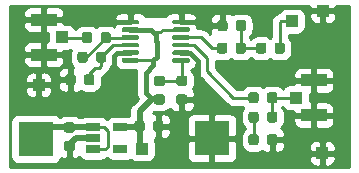
<source format=gtl>
G04 #@! TF.GenerationSoftware,KiCad,Pcbnew,5.1.6+dfsg1-1~bpo9+1*
G04 #@! TF.CreationDate,2021-11-05T21:37:23+01:00*
G04 #@! TF.ProjectId,sdrtrx-plutoclk,73647274-7278-42d7-906c-75746f636c6b,rev?*
G04 #@! TF.SameCoordinates,Original*
G04 #@! TF.FileFunction,Copper,L1,Top*
G04 #@! TF.FilePolarity,Positive*
%FSLAX46Y46*%
G04 Gerber Fmt 4.6, Leading zero omitted, Abs format (unit mm)*
G04 Created by KiCad (PCBNEW 5.1.6+dfsg1-1~bpo9+1) date 2021-11-05 21:37:23*
%MOMM*%
%LPD*%
G01*
G04 APERTURE LIST*
G04 #@! TA.AperFunction,SMDPad,CuDef*
%ADD10R,1.000000X1.000000*%
G04 #@! TD*
G04 #@! TA.AperFunction,SMDPad,CuDef*
%ADD11R,2.200000X1.050000*%
G04 #@! TD*
G04 #@! TA.AperFunction,SMDPad,CuDef*
%ADD12R,1.050000X1.000000*%
G04 #@! TD*
G04 #@! TA.AperFunction,SMDPad,CuDef*
%ADD13R,1.200000X0.650000*%
G04 #@! TD*
G04 #@! TA.AperFunction,SMDPad,CuDef*
%ADD14R,3.000000X3.000000*%
G04 #@! TD*
G04 #@! TA.AperFunction,ViaPad*
%ADD15C,0.800000*%
G04 #@! TD*
G04 #@! TA.AperFunction,Conductor*
%ADD16C,0.254000*%
G04 #@! TD*
G04 #@! TA.AperFunction,Conductor*
%ADD17C,0.508000*%
G04 #@! TD*
G04 #@! TA.AperFunction,Conductor*
%ADD18C,0.381000*%
G04 #@! TD*
G04 APERTURE END LIST*
D10*
X136842500Y-87757000D03*
D11*
X151385000Y-81964000D03*
D12*
X149860000Y-83439000D03*
D11*
X151385000Y-84914000D03*
X128524000Y-79785000D03*
D12*
X130049000Y-78310000D03*
D11*
X128524000Y-76835000D03*
D10*
X152082500Y-88138000D03*
X128079500Y-82359500D03*
D13*
X135008000Y-85918000D03*
X135008000Y-87818000D03*
X132708000Y-87818000D03*
X132708000Y-86868000D03*
X132708000Y-85918000D03*
G04 #@! TA.AperFunction,SMDPad,CuDef*
G36*
G01*
X137764000Y-86108250D02*
X137764000Y-85595750D01*
G75*
G02*
X137982750Y-85377000I218750J0D01*
G01*
X138420250Y-85377000D01*
G75*
G02*
X138639000Y-85595750I0J-218750D01*
G01*
X138639000Y-86108250D01*
G75*
G02*
X138420250Y-86327000I-218750J0D01*
G01*
X137982750Y-86327000D01*
G75*
G02*
X137764000Y-86108250I0J218750D01*
G01*
G37*
G04 #@! TD.AperFunction*
G04 #@! TA.AperFunction,SMDPad,CuDef*
G36*
G01*
X136189000Y-86108250D02*
X136189000Y-85595750D01*
G75*
G02*
X136407750Y-85377000I218750J0D01*
G01*
X136845250Y-85377000D01*
G75*
G02*
X137064000Y-85595750I0J-218750D01*
G01*
X137064000Y-86108250D01*
G75*
G02*
X136845250Y-86327000I-218750J0D01*
G01*
X136407750Y-86327000D01*
G75*
G02*
X136189000Y-86108250I0J218750D01*
G01*
G37*
G04 #@! TD.AperFunction*
G04 #@! TA.AperFunction,SMDPad,CuDef*
G36*
G01*
X130426750Y-87091000D02*
X130939250Y-87091000D01*
G75*
G02*
X131158000Y-87309750I0J-218750D01*
G01*
X131158000Y-87747250D01*
G75*
G02*
X130939250Y-87966000I-218750J0D01*
G01*
X130426750Y-87966000D01*
G75*
G02*
X130208000Y-87747250I0J218750D01*
G01*
X130208000Y-87309750D01*
G75*
G02*
X130426750Y-87091000I218750J0D01*
G01*
G37*
G04 #@! TD.AperFunction*
G04 #@! TA.AperFunction,SMDPad,CuDef*
G36*
G01*
X130426750Y-85516000D02*
X130939250Y-85516000D01*
G75*
G02*
X131158000Y-85734750I0J-218750D01*
G01*
X131158000Y-86172250D01*
G75*
G02*
X130939250Y-86391000I-218750J0D01*
G01*
X130426750Y-86391000D01*
G75*
G02*
X130208000Y-86172250I0J218750D01*
G01*
X130208000Y-85734750D01*
G75*
G02*
X130426750Y-85516000I218750J0D01*
G01*
G37*
G04 #@! TD.AperFunction*
G04 #@! TA.AperFunction,SMDPad,CuDef*
G36*
G01*
X139951750Y-83154000D02*
X140464250Y-83154000D01*
G75*
G02*
X140683000Y-83372750I0J-218750D01*
G01*
X140683000Y-83810250D01*
G75*
G02*
X140464250Y-84029000I-218750J0D01*
G01*
X139951750Y-84029000D01*
G75*
G02*
X139733000Y-83810250I0J218750D01*
G01*
X139733000Y-83372750D01*
G75*
G02*
X139951750Y-83154000I218750J0D01*
G01*
G37*
G04 #@! TD.AperFunction*
G04 #@! TA.AperFunction,SMDPad,CuDef*
G36*
G01*
X139951750Y-81579000D02*
X140464250Y-81579000D01*
G75*
G02*
X140683000Y-81797750I0J-218750D01*
G01*
X140683000Y-82235250D01*
G75*
G02*
X140464250Y-82454000I-218750J0D01*
G01*
X139951750Y-82454000D01*
G75*
G02*
X139733000Y-82235250I0J218750D01*
G01*
X139733000Y-81797750D01*
G75*
G02*
X139951750Y-81579000I218750J0D01*
G01*
G37*
G04 #@! TD.AperFunction*
G04 #@! TA.AperFunction,SMDPad,CuDef*
G36*
G01*
X139412000Y-77136000D02*
X139412000Y-76936000D01*
G75*
G02*
X139512000Y-76836000I100000J0D01*
G01*
X140762000Y-76836000D01*
G75*
G02*
X140862000Y-76936000I0J-100000D01*
G01*
X140862000Y-77136000D01*
G75*
G02*
X140762000Y-77236000I-100000J0D01*
G01*
X139512000Y-77236000D01*
G75*
G02*
X139412000Y-77136000I0J100000D01*
G01*
G37*
G04 #@! TD.AperFunction*
G04 #@! TA.AperFunction,SMDPad,CuDef*
G36*
G01*
X139412000Y-77786000D02*
X139412000Y-77586000D01*
G75*
G02*
X139512000Y-77486000I100000J0D01*
G01*
X140762000Y-77486000D01*
G75*
G02*
X140862000Y-77586000I0J-100000D01*
G01*
X140862000Y-77786000D01*
G75*
G02*
X140762000Y-77886000I-100000J0D01*
G01*
X139512000Y-77886000D01*
G75*
G02*
X139412000Y-77786000I0J100000D01*
G01*
G37*
G04 #@! TD.AperFunction*
G04 #@! TA.AperFunction,SMDPad,CuDef*
G36*
G01*
X139412000Y-78436000D02*
X139412000Y-78236000D01*
G75*
G02*
X139512000Y-78136000I100000J0D01*
G01*
X140762000Y-78136000D01*
G75*
G02*
X140862000Y-78236000I0J-100000D01*
G01*
X140862000Y-78436000D01*
G75*
G02*
X140762000Y-78536000I-100000J0D01*
G01*
X139512000Y-78536000D01*
G75*
G02*
X139412000Y-78436000I0J100000D01*
G01*
G37*
G04 #@! TD.AperFunction*
G04 #@! TA.AperFunction,SMDPad,CuDef*
G36*
G01*
X139412000Y-79086000D02*
X139412000Y-78886000D01*
G75*
G02*
X139512000Y-78786000I100000J0D01*
G01*
X140762000Y-78786000D01*
G75*
G02*
X140862000Y-78886000I0J-100000D01*
G01*
X140862000Y-79086000D01*
G75*
G02*
X140762000Y-79186000I-100000J0D01*
G01*
X139512000Y-79186000D01*
G75*
G02*
X139412000Y-79086000I0J100000D01*
G01*
G37*
G04 #@! TD.AperFunction*
G04 #@! TA.AperFunction,SMDPad,CuDef*
G36*
G01*
X139412000Y-79736000D02*
X139412000Y-79536000D01*
G75*
G02*
X139512000Y-79436000I100000J0D01*
G01*
X140762000Y-79436000D01*
G75*
G02*
X140862000Y-79536000I0J-100000D01*
G01*
X140862000Y-79736000D01*
G75*
G02*
X140762000Y-79836000I-100000J0D01*
G01*
X139512000Y-79836000D01*
G75*
G02*
X139412000Y-79736000I0J100000D01*
G01*
G37*
G04 #@! TD.AperFunction*
G04 #@! TA.AperFunction,SMDPad,CuDef*
G36*
G01*
X139412000Y-80386000D02*
X139412000Y-80186000D01*
G75*
G02*
X139512000Y-80086000I100000J0D01*
G01*
X140762000Y-80086000D01*
G75*
G02*
X140862000Y-80186000I0J-100000D01*
G01*
X140862000Y-80386000D01*
G75*
G02*
X140762000Y-80486000I-100000J0D01*
G01*
X139512000Y-80486000D01*
G75*
G02*
X139412000Y-80386000I0J100000D01*
G01*
G37*
G04 #@! TD.AperFunction*
G04 #@! TA.AperFunction,SMDPad,CuDef*
G36*
G01*
X135112000Y-80386000D02*
X135112000Y-80186000D01*
G75*
G02*
X135212000Y-80086000I100000J0D01*
G01*
X136462000Y-80086000D01*
G75*
G02*
X136562000Y-80186000I0J-100000D01*
G01*
X136562000Y-80386000D01*
G75*
G02*
X136462000Y-80486000I-100000J0D01*
G01*
X135212000Y-80486000D01*
G75*
G02*
X135112000Y-80386000I0J100000D01*
G01*
G37*
G04 #@! TD.AperFunction*
G04 #@! TA.AperFunction,SMDPad,CuDef*
G36*
G01*
X135112000Y-79736000D02*
X135112000Y-79536000D01*
G75*
G02*
X135212000Y-79436000I100000J0D01*
G01*
X136462000Y-79436000D01*
G75*
G02*
X136562000Y-79536000I0J-100000D01*
G01*
X136562000Y-79736000D01*
G75*
G02*
X136462000Y-79836000I-100000J0D01*
G01*
X135212000Y-79836000D01*
G75*
G02*
X135112000Y-79736000I0J100000D01*
G01*
G37*
G04 #@! TD.AperFunction*
G04 #@! TA.AperFunction,SMDPad,CuDef*
G36*
G01*
X135112000Y-79086000D02*
X135112000Y-78886000D01*
G75*
G02*
X135212000Y-78786000I100000J0D01*
G01*
X136462000Y-78786000D01*
G75*
G02*
X136562000Y-78886000I0J-100000D01*
G01*
X136562000Y-79086000D01*
G75*
G02*
X136462000Y-79186000I-100000J0D01*
G01*
X135212000Y-79186000D01*
G75*
G02*
X135112000Y-79086000I0J100000D01*
G01*
G37*
G04 #@! TD.AperFunction*
G04 #@! TA.AperFunction,SMDPad,CuDef*
G36*
G01*
X135112000Y-78436000D02*
X135112000Y-78236000D01*
G75*
G02*
X135212000Y-78136000I100000J0D01*
G01*
X136462000Y-78136000D01*
G75*
G02*
X136562000Y-78236000I0J-100000D01*
G01*
X136562000Y-78436000D01*
G75*
G02*
X136462000Y-78536000I-100000J0D01*
G01*
X135212000Y-78536000D01*
G75*
G02*
X135112000Y-78436000I0J100000D01*
G01*
G37*
G04 #@! TD.AperFunction*
G04 #@! TA.AperFunction,SMDPad,CuDef*
G36*
G01*
X135112000Y-77786000D02*
X135112000Y-77586000D01*
G75*
G02*
X135212000Y-77486000I100000J0D01*
G01*
X136462000Y-77486000D01*
G75*
G02*
X136562000Y-77586000I0J-100000D01*
G01*
X136562000Y-77786000D01*
G75*
G02*
X136462000Y-77886000I-100000J0D01*
G01*
X135212000Y-77886000D01*
G75*
G02*
X135112000Y-77786000I0J100000D01*
G01*
G37*
G04 #@! TD.AperFunction*
G04 #@! TA.AperFunction,SMDPad,CuDef*
G36*
G01*
X135112000Y-77136000D02*
X135112000Y-76936000D01*
G75*
G02*
X135212000Y-76836000I100000J0D01*
G01*
X136462000Y-76836000D01*
G75*
G02*
X136562000Y-76936000I0J-100000D01*
G01*
X136562000Y-77136000D01*
G75*
G02*
X136462000Y-77236000I-100000J0D01*
G01*
X135212000Y-77236000D01*
G75*
G02*
X135112000Y-77136000I0J100000D01*
G01*
G37*
G04 #@! TD.AperFunction*
G04 #@! TA.AperFunction,SMDPad,CuDef*
G36*
G01*
X144074500Y-77086750D02*
X144074500Y-77599250D01*
G75*
G02*
X143855750Y-77818000I-218750J0D01*
G01*
X143418250Y-77818000D01*
G75*
G02*
X143199500Y-77599250I0J218750D01*
G01*
X143199500Y-77086750D01*
G75*
G02*
X143418250Y-76868000I218750J0D01*
G01*
X143855750Y-76868000D01*
G75*
G02*
X144074500Y-77086750I0J-218750D01*
G01*
G37*
G04 #@! TD.AperFunction*
G04 #@! TA.AperFunction,SMDPad,CuDef*
G36*
G01*
X145649500Y-77086750D02*
X145649500Y-77599250D01*
G75*
G02*
X145430750Y-77818000I-218750J0D01*
G01*
X144993250Y-77818000D01*
G75*
G02*
X144774500Y-77599250I0J218750D01*
G01*
X144774500Y-77086750D01*
G75*
G02*
X144993250Y-76868000I218750J0D01*
G01*
X145430750Y-76868000D01*
G75*
G02*
X145649500Y-77086750I0J-218750D01*
G01*
G37*
G04 #@! TD.AperFunction*
G04 #@! TA.AperFunction,SMDPad,CuDef*
G36*
G01*
X144049000Y-78991750D02*
X144049000Y-79504250D01*
G75*
G02*
X143830250Y-79723000I-218750J0D01*
G01*
X143392750Y-79723000D01*
G75*
G02*
X143174000Y-79504250I0J218750D01*
G01*
X143174000Y-78991750D01*
G75*
G02*
X143392750Y-78773000I218750J0D01*
G01*
X143830250Y-78773000D01*
G75*
G02*
X144049000Y-78991750I0J-218750D01*
G01*
G37*
G04 #@! TD.AperFunction*
G04 #@! TA.AperFunction,SMDPad,CuDef*
G36*
G01*
X145624000Y-78991750D02*
X145624000Y-79504250D01*
G75*
G02*
X145405250Y-79723000I-218750J0D01*
G01*
X144967750Y-79723000D01*
G75*
G02*
X144749000Y-79504250I0J218750D01*
G01*
X144749000Y-78991750D01*
G75*
G02*
X144967750Y-78773000I218750J0D01*
G01*
X145405250Y-78773000D01*
G75*
G02*
X145624000Y-78991750I0J-218750D01*
G01*
G37*
G04 #@! TD.AperFunction*
G04 #@! TA.AperFunction,SMDPad,CuDef*
G36*
G01*
X146716000Y-84833750D02*
X146716000Y-85346250D01*
G75*
G02*
X146497250Y-85565000I-218750J0D01*
G01*
X146059750Y-85565000D01*
G75*
G02*
X145841000Y-85346250I0J218750D01*
G01*
X145841000Y-84833750D01*
G75*
G02*
X146059750Y-84615000I218750J0D01*
G01*
X146497250Y-84615000D01*
G75*
G02*
X146716000Y-84833750I0J-218750D01*
G01*
G37*
G04 #@! TD.AperFunction*
G04 #@! TA.AperFunction,SMDPad,CuDef*
G36*
G01*
X148291000Y-84833750D02*
X148291000Y-85346250D01*
G75*
G02*
X148072250Y-85565000I-218750J0D01*
G01*
X147634750Y-85565000D01*
G75*
G02*
X147416000Y-85346250I0J218750D01*
G01*
X147416000Y-84833750D01*
G75*
G02*
X147634750Y-84615000I218750J0D01*
G01*
X148072250Y-84615000D01*
G75*
G02*
X148291000Y-84833750I0J-218750D01*
G01*
G37*
G04 #@! TD.AperFunction*
G04 #@! TA.AperFunction,SMDPad,CuDef*
G36*
G01*
X146716000Y-83182750D02*
X146716000Y-83695250D01*
G75*
G02*
X146497250Y-83914000I-218750J0D01*
G01*
X146059750Y-83914000D01*
G75*
G02*
X145841000Y-83695250I0J218750D01*
G01*
X145841000Y-83182750D01*
G75*
G02*
X146059750Y-82964000I218750J0D01*
G01*
X146497250Y-82964000D01*
G75*
G02*
X146716000Y-83182750I0J-218750D01*
G01*
G37*
G04 #@! TD.AperFunction*
G04 #@! TA.AperFunction,SMDPad,CuDef*
G36*
G01*
X148291000Y-83182750D02*
X148291000Y-83695250D01*
G75*
G02*
X148072250Y-83914000I-218750J0D01*
G01*
X147634750Y-83914000D01*
G75*
G02*
X147416000Y-83695250I0J218750D01*
G01*
X147416000Y-83182750D01*
G75*
G02*
X147634750Y-82964000I218750J0D01*
G01*
X148072250Y-82964000D01*
G75*
G02*
X148291000Y-83182750I0J-218750D01*
G01*
G37*
G04 #@! TD.AperFunction*
G04 #@! TA.AperFunction,SMDPad,CuDef*
G36*
G01*
X138559250Y-82454000D02*
X138046750Y-82454000D01*
G75*
G02*
X137828000Y-82235250I0J218750D01*
G01*
X137828000Y-81797750D01*
G75*
G02*
X138046750Y-81579000I218750J0D01*
G01*
X138559250Y-81579000D01*
G75*
G02*
X138778000Y-81797750I0J-218750D01*
G01*
X138778000Y-82235250D01*
G75*
G02*
X138559250Y-82454000I-218750J0D01*
G01*
G37*
G04 #@! TD.AperFunction*
G04 #@! TA.AperFunction,SMDPad,CuDef*
G36*
G01*
X138559250Y-84029000D02*
X138046750Y-84029000D01*
G75*
G02*
X137828000Y-83810250I0J218750D01*
G01*
X137828000Y-83372750D01*
G75*
G02*
X138046750Y-83154000I218750J0D01*
G01*
X138559250Y-83154000D01*
G75*
G02*
X138778000Y-83372750I0J-218750D01*
G01*
X138778000Y-83810250D01*
G75*
G02*
X138559250Y-84029000I-218750J0D01*
G01*
G37*
G04 #@! TD.AperFunction*
G04 #@! TA.AperFunction,SMDPad,CuDef*
G36*
G01*
X132938000Y-80266250D02*
X132938000Y-79753750D01*
G75*
G02*
X133156750Y-79535000I218750J0D01*
G01*
X133594250Y-79535000D01*
G75*
G02*
X133813000Y-79753750I0J-218750D01*
G01*
X133813000Y-80266250D01*
G75*
G02*
X133594250Y-80485000I-218750J0D01*
G01*
X133156750Y-80485000D01*
G75*
G02*
X132938000Y-80266250I0J218750D01*
G01*
G37*
G04 #@! TD.AperFunction*
G04 #@! TA.AperFunction,SMDPad,CuDef*
G36*
G01*
X131363000Y-80266250D02*
X131363000Y-79753750D01*
G75*
G02*
X131581750Y-79535000I218750J0D01*
G01*
X132019250Y-79535000D01*
G75*
G02*
X132238000Y-79753750I0J-218750D01*
G01*
X132238000Y-80266250D01*
G75*
G02*
X132019250Y-80485000I-218750J0D01*
G01*
X131581750Y-80485000D01*
G75*
G02*
X131363000Y-80266250I0J218750D01*
G01*
G37*
G04 #@! TD.AperFunction*
D10*
X152146000Y-76073000D03*
D14*
X142748000Y-86868000D03*
X127825500Y-86931500D03*
D10*
X149542500Y-76962000D03*
G04 #@! TA.AperFunction,SMDPad,CuDef*
G36*
G01*
X147351000Y-78991750D02*
X147351000Y-79504250D01*
G75*
G02*
X147132250Y-79723000I-218750J0D01*
G01*
X146694750Y-79723000D01*
G75*
G02*
X146476000Y-79504250I0J218750D01*
G01*
X146476000Y-78991750D01*
G75*
G02*
X146694750Y-78773000I218750J0D01*
G01*
X147132250Y-78773000D01*
G75*
G02*
X147351000Y-78991750I0J-218750D01*
G01*
G37*
G04 #@! TD.AperFunction*
G04 #@! TA.AperFunction,SMDPad,CuDef*
G36*
G01*
X148926000Y-78991750D02*
X148926000Y-79504250D01*
G75*
G02*
X148707250Y-79723000I-218750J0D01*
G01*
X148269750Y-79723000D01*
G75*
G02*
X148051000Y-79504250I0J218750D01*
G01*
X148051000Y-78991750D01*
G75*
G02*
X148269750Y-78773000I218750J0D01*
G01*
X148707250Y-78773000D01*
G75*
G02*
X148926000Y-78991750I0J-218750D01*
G01*
G37*
G04 #@! TD.AperFunction*
G04 #@! TA.AperFunction,SMDPad,CuDef*
G36*
G01*
X147416000Y-87251250D02*
X147416000Y-86738750D01*
G75*
G02*
X147634750Y-86520000I218750J0D01*
G01*
X148072250Y-86520000D01*
G75*
G02*
X148291000Y-86738750I0J-218750D01*
G01*
X148291000Y-87251250D01*
G75*
G02*
X148072250Y-87470000I-218750J0D01*
G01*
X147634750Y-87470000D01*
G75*
G02*
X147416000Y-87251250I0J218750D01*
G01*
G37*
G04 #@! TD.AperFunction*
G04 #@! TA.AperFunction,SMDPad,CuDef*
G36*
G01*
X145841000Y-87251250D02*
X145841000Y-86738750D01*
G75*
G02*
X146059750Y-86520000I218750J0D01*
G01*
X146497250Y-86520000D01*
G75*
G02*
X146716000Y-86738750I0J-218750D01*
G01*
X146716000Y-87251250D01*
G75*
G02*
X146497250Y-87470000I-218750J0D01*
G01*
X146059750Y-87470000D01*
G75*
G02*
X145841000Y-87251250I0J218750D01*
G01*
G37*
G04 #@! TD.AperFunction*
G04 #@! TA.AperFunction,SMDPad,CuDef*
G36*
G01*
X131222000Y-81658750D02*
X131222000Y-82171250D01*
G75*
G02*
X131003250Y-82390000I-218750J0D01*
G01*
X130565750Y-82390000D01*
G75*
G02*
X130347000Y-82171250I0J218750D01*
G01*
X130347000Y-81658750D01*
G75*
G02*
X130565750Y-81440000I218750J0D01*
G01*
X131003250Y-81440000D01*
G75*
G02*
X131222000Y-81658750I0J-218750D01*
G01*
G37*
G04 #@! TD.AperFunction*
G04 #@! TA.AperFunction,SMDPad,CuDef*
G36*
G01*
X132797000Y-81658750D02*
X132797000Y-82171250D01*
G75*
G02*
X132578250Y-82390000I-218750J0D01*
G01*
X132140750Y-82390000D01*
G75*
G02*
X131922000Y-82171250I0J218750D01*
G01*
X131922000Y-81658750D01*
G75*
G02*
X132140750Y-81440000I218750J0D01*
G01*
X132578250Y-81440000D01*
G75*
G02*
X132797000Y-81658750I0J-218750D01*
G01*
G37*
G04 #@! TD.AperFunction*
G04 #@! TA.AperFunction,SMDPad,CuDef*
G36*
G01*
X132619000Y-78102750D02*
X132619000Y-78615250D01*
G75*
G02*
X132400250Y-78834000I-218750J0D01*
G01*
X131962750Y-78834000D01*
G75*
G02*
X131744000Y-78615250I0J218750D01*
G01*
X131744000Y-78102750D01*
G75*
G02*
X131962750Y-77884000I218750J0D01*
G01*
X132400250Y-77884000D01*
G75*
G02*
X132619000Y-78102750I0J-218750D01*
G01*
G37*
G04 #@! TD.AperFunction*
G04 #@! TA.AperFunction,SMDPad,CuDef*
G36*
G01*
X134194000Y-78102750D02*
X134194000Y-78615250D01*
G75*
G02*
X133975250Y-78834000I-218750J0D01*
G01*
X133537750Y-78834000D01*
G75*
G02*
X133319000Y-78615250I0J218750D01*
G01*
X133319000Y-78102750D01*
G75*
G02*
X133537750Y-77884000I218750J0D01*
G01*
X133975250Y-77884000D01*
G75*
G02*
X134194000Y-78102750I0J-218750D01*
G01*
G37*
G04 #@! TD.AperFunction*
D15*
X145415000Y-88773000D03*
X146367500Y-88773000D03*
X147320000Y-88773000D03*
X148272500Y-88773000D03*
X149288500Y-88773000D03*
X150241000Y-88773000D03*
X140144500Y-88773000D03*
X150241000Y-86614000D03*
X152336500Y-86614000D03*
X152273000Y-80264000D03*
X150114000Y-80264000D03*
X131000500Y-76390500D03*
X132016500Y-76390500D03*
X133032500Y-76390500D03*
X134048500Y-76390500D03*
X126301500Y-81216500D03*
X126301500Y-82232500D03*
X126301500Y-83248500D03*
X126301500Y-84328000D03*
X131445000Y-88963500D03*
X140144500Y-86614000D03*
X140144500Y-85598000D03*
X153797000Y-77787500D03*
X153797000Y-78867000D03*
X153797000Y-79946500D03*
X153797000Y-81026000D03*
X142049500Y-76136500D03*
X146748500Y-76263500D03*
X130302000Y-88963500D03*
X140144500Y-87693500D03*
X135509000Y-81724500D03*
X135509000Y-82677000D03*
X135509000Y-83693000D03*
D16*
X130024000Y-78359000D02*
X132181500Y-78359000D01*
X133731000Y-78384500D02*
X133756500Y-78359000D01*
X135814000Y-78359000D02*
X135837000Y-78336000D01*
X133756500Y-78359000D02*
X135814000Y-78359000D01*
X133756500Y-78397000D02*
X133756500Y-78359000D01*
X132105500Y-80010000D02*
X133756500Y-78359000D01*
X131800500Y-80010000D02*
X132105500Y-80010000D01*
D17*
X130683000Y-87528500D02*
X130683000Y-87439500D01*
X131254500Y-86868000D02*
X132708000Y-86868000D01*
X130683000Y-87439500D02*
X131254500Y-86868000D01*
D16*
X141668500Y-82613500D02*
X142049500Y-82994500D01*
D18*
X135837000Y-77036000D02*
X134313000Y-77036000D01*
X134048500Y-76771500D02*
X134048500Y-76390500D01*
X134313000Y-77036000D02*
X134048500Y-76771500D01*
X140137000Y-77036000D02*
X141869500Y-77036000D01*
X142176500Y-77343000D02*
X143637000Y-77343000D01*
X141869500Y-77036000D02*
X142176500Y-77343000D01*
X133096000Y-83693000D02*
X128206500Y-83693000D01*
X134740000Y-79636000D02*
X134429500Y-79946500D01*
X135837000Y-79636000D02*
X134740000Y-79636000D01*
X134429500Y-79946500D02*
X134429500Y-82359500D01*
X134429500Y-82359500D02*
X133096000Y-83693000D01*
X140905688Y-79636000D02*
X141597188Y-80327500D01*
X140137000Y-79636000D02*
X140905688Y-79636000D01*
X141597188Y-80327500D02*
X141597188Y-82859688D01*
X141597188Y-82859688D02*
X141859000Y-83121500D01*
D16*
X133352324Y-80010000D02*
X133159500Y-80010000D01*
X135837000Y-78986000D02*
X134376324Y-78986000D01*
X133375500Y-79986824D02*
X134376324Y-78986000D01*
X133375500Y-80010000D02*
X133375500Y-79986824D01*
X132359500Y-81915000D02*
X132359500Y-81445000D01*
X132359500Y-81445000D02*
X132842000Y-80962500D01*
X132842000Y-80962500D02*
X133159500Y-80962500D01*
X133375500Y-80746500D02*
X133375500Y-80010000D01*
X133159500Y-80962500D02*
X133375500Y-80746500D01*
X146278500Y-86995000D02*
X146278500Y-85090000D01*
X145212000Y-79222500D02*
X145186500Y-79248000D01*
X145212000Y-77343000D02*
X145212000Y-79222500D01*
X145186500Y-79248000D02*
X146913500Y-79248000D01*
X148590000Y-76962000D02*
X149542500Y-76962000D01*
X148488500Y-77063500D02*
X148590000Y-76962000D01*
X148488500Y-79248000D02*
X148488500Y-77063500D01*
X147853500Y-85090000D02*
X147853500Y-83439000D01*
X147853500Y-83439000D02*
X149860000Y-83439000D01*
D17*
X136560500Y-85918000D02*
X136626500Y-85852000D01*
X135008000Y-85918000D02*
X136560500Y-85918000D01*
D18*
X137795000Y-80708500D02*
X137160000Y-81343500D01*
X135837000Y-77686000D02*
X137566500Y-77686000D01*
X137566500Y-77686000D02*
X137794384Y-77913884D01*
X137160000Y-81343500D02*
X137160000Y-83058000D01*
X137693500Y-83591500D02*
X138303000Y-83591500D01*
X137160000Y-83058000D02*
X137693500Y-83591500D01*
D16*
X137563000Y-80286000D02*
X137794384Y-80517384D01*
X135837000Y-80286000D02*
X137563000Y-80286000D01*
X140137000Y-77686000D02*
X138595000Y-77686000D01*
X138367116Y-77913884D02*
X137794384Y-77913884D01*
X138595000Y-77686000D02*
X138367116Y-77913884D01*
D17*
X136626500Y-85852000D02*
X136626500Y-84607500D01*
X137642500Y-83591500D02*
X138303000Y-83591500D01*
X136626500Y-84607500D02*
X137642500Y-83591500D01*
D18*
X137795000Y-80708500D02*
X137795000Y-80264000D01*
X138077501Y-79981499D02*
X138077501Y-78705001D01*
X137795000Y-80264000D02*
X138077501Y-79981499D01*
X138077501Y-78705001D02*
X138049000Y-78676500D01*
X138049000Y-78168500D02*
X137794384Y-77913884D01*
X138049000Y-78676500D02*
X138049000Y-78168500D01*
D17*
X136626500Y-87541000D02*
X136842500Y-87757000D01*
X136626500Y-85852000D02*
X136626500Y-87541000D01*
D16*
X140137000Y-78986000D02*
X141216000Y-78986000D01*
X141216000Y-78986000D02*
X142303500Y-80073500D01*
X142303500Y-80073500D02*
X142303500Y-81216500D01*
X144526000Y-83439000D02*
X146278500Y-83439000D01*
X142303500Y-81216500D02*
X144526000Y-83439000D01*
X143611500Y-79248000D02*
X142748000Y-79248000D01*
X141836000Y-78336000D02*
X140137000Y-78336000D01*
X142748000Y-79248000D02*
X141836000Y-78336000D01*
X138303000Y-82016500D02*
X140208000Y-82016500D01*
X140208000Y-80357000D02*
X140137000Y-80286000D01*
X140208000Y-82016500D02*
X140208000Y-80357000D01*
D17*
X127254000Y-87757000D02*
X128295500Y-86715500D01*
X132672500Y-85953500D02*
X132708000Y-85918000D01*
X130683000Y-85953500D02*
X132672500Y-85953500D01*
D16*
X132708000Y-87818000D02*
X133728500Y-87818000D01*
X133728500Y-87818000D02*
X133921500Y-87625000D01*
X133921500Y-87625000D02*
X133921500Y-86233000D01*
X133606500Y-85918000D02*
X132708000Y-85918000D01*
X133921500Y-86233000D02*
X133606500Y-85918000D01*
D17*
X129057500Y-85953500D02*
X127254000Y-87757000D01*
X130683000Y-85953500D02*
X129057500Y-85953500D01*
D16*
G36*
X151011000Y-75787250D02*
G01*
X151169750Y-75946000D01*
X152019000Y-75946000D01*
X152019000Y-75926000D01*
X152273000Y-75926000D01*
X152273000Y-75946000D01*
X153122250Y-75946000D01*
X153281000Y-75787250D01*
X153282825Y-75660000D01*
X154340000Y-75660000D01*
X154340001Y-89340000D01*
X125660000Y-89340000D01*
X125660000Y-85431500D01*
X125687428Y-85431500D01*
X125687428Y-88431500D01*
X125699688Y-88555982D01*
X125735998Y-88675680D01*
X125794963Y-88785994D01*
X125874315Y-88882685D01*
X125971006Y-88962037D01*
X126081320Y-89021002D01*
X126201018Y-89057312D01*
X126325500Y-89069572D01*
X129325500Y-89069572D01*
X129449982Y-89057312D01*
X129569680Y-89021002D01*
X129679994Y-88962037D01*
X129776685Y-88882685D01*
X129856037Y-88785994D01*
X129915002Y-88675680D01*
X129951312Y-88555982D01*
X129951982Y-88549175D01*
X129963820Y-88555502D01*
X130083518Y-88591812D01*
X130208000Y-88604072D01*
X130397250Y-88601000D01*
X130556000Y-88442250D01*
X130556000Y-87655500D01*
X130536000Y-87655500D01*
X130536000Y-87401500D01*
X130556000Y-87401500D01*
X130556000Y-87381500D01*
X130810000Y-87381500D01*
X130810000Y-87401500D01*
X130830000Y-87401500D01*
X130830000Y-87655500D01*
X130810000Y-87655500D01*
X130810000Y-88442250D01*
X130968750Y-88601000D01*
X131158000Y-88604072D01*
X131282482Y-88591812D01*
X131402180Y-88555502D01*
X131512494Y-88496537D01*
X131557298Y-88459768D01*
X131577463Y-88497494D01*
X131656815Y-88594185D01*
X131753506Y-88673537D01*
X131863820Y-88732502D01*
X131983518Y-88768812D01*
X132108000Y-88781072D01*
X133308000Y-88781072D01*
X133432482Y-88768812D01*
X133552180Y-88732502D01*
X133662494Y-88673537D01*
X133759185Y-88594185D01*
X133771257Y-88579475D01*
X133877878Y-88568974D01*
X133924515Y-88554827D01*
X133956815Y-88594185D01*
X134053506Y-88673537D01*
X134163820Y-88732502D01*
X134283518Y-88768812D01*
X134408000Y-88781072D01*
X135608000Y-88781072D01*
X135732482Y-88768812D01*
X135852180Y-88732502D01*
X135893823Y-88710243D01*
X135988006Y-88787537D01*
X136098320Y-88846502D01*
X136218018Y-88882812D01*
X136342500Y-88895072D01*
X137342500Y-88895072D01*
X137466982Y-88882812D01*
X137586680Y-88846502D01*
X137696994Y-88787537D01*
X137793685Y-88708185D01*
X137873037Y-88611494D01*
X137932002Y-88501180D01*
X137968312Y-88381482D01*
X137969639Y-88368000D01*
X140609928Y-88368000D01*
X140622188Y-88492482D01*
X140658498Y-88612180D01*
X140717463Y-88722494D01*
X140796815Y-88819185D01*
X140893506Y-88898537D01*
X141003820Y-88957502D01*
X141123518Y-88993812D01*
X141248000Y-89006072D01*
X142462250Y-89003000D01*
X142621000Y-88844250D01*
X142621000Y-86995000D01*
X142875000Y-86995000D01*
X142875000Y-88844250D01*
X143033750Y-89003000D01*
X144248000Y-89006072D01*
X144372482Y-88993812D01*
X144492180Y-88957502D01*
X144602494Y-88898537D01*
X144699185Y-88819185D01*
X144778537Y-88722494D01*
X144823700Y-88638000D01*
X150944428Y-88638000D01*
X150956688Y-88762482D01*
X150992998Y-88882180D01*
X151051963Y-88992494D01*
X151131315Y-89089185D01*
X151228006Y-89168537D01*
X151338320Y-89227502D01*
X151458018Y-89263812D01*
X151582500Y-89276072D01*
X151796750Y-89273000D01*
X151955500Y-89114250D01*
X151955500Y-88265000D01*
X152209500Y-88265000D01*
X152209500Y-89114250D01*
X152368250Y-89273000D01*
X152582500Y-89276072D01*
X152706982Y-89263812D01*
X152826680Y-89227502D01*
X152936994Y-89168537D01*
X153033685Y-89089185D01*
X153113037Y-88992494D01*
X153172002Y-88882180D01*
X153208312Y-88762482D01*
X153220572Y-88638000D01*
X153217500Y-88423750D01*
X153058750Y-88265000D01*
X152209500Y-88265000D01*
X151955500Y-88265000D01*
X151106250Y-88265000D01*
X150947500Y-88423750D01*
X150944428Y-88638000D01*
X144823700Y-88638000D01*
X144837502Y-88612180D01*
X144873812Y-88492482D01*
X144886072Y-88368000D01*
X144883000Y-87153750D01*
X144724250Y-86995000D01*
X142875000Y-86995000D01*
X142621000Y-86995000D01*
X140771750Y-86995000D01*
X140613000Y-87153750D01*
X140609928Y-88368000D01*
X137969639Y-88368000D01*
X137980572Y-88257000D01*
X137980572Y-87257000D01*
X137968312Y-87132518D01*
X137932002Y-87012820D01*
X137904955Y-86962219D01*
X137915750Y-86962000D01*
X138074500Y-86803250D01*
X138074500Y-85979000D01*
X138328500Y-85979000D01*
X138328500Y-86803250D01*
X138487250Y-86962000D01*
X138639000Y-86965072D01*
X138763482Y-86952812D01*
X138883180Y-86916502D01*
X138993494Y-86857537D01*
X139090185Y-86778185D01*
X139169537Y-86681494D01*
X139228502Y-86571180D01*
X139264812Y-86451482D01*
X139277072Y-86327000D01*
X139274000Y-86137750D01*
X139115250Y-85979000D01*
X138328500Y-85979000D01*
X138074500Y-85979000D01*
X138054500Y-85979000D01*
X138054500Y-85725000D01*
X138074500Y-85725000D01*
X138074500Y-84900750D01*
X138328500Y-84900750D01*
X138328500Y-85725000D01*
X139115250Y-85725000D01*
X139274000Y-85566250D01*
X139277072Y-85377000D01*
X139276186Y-85368000D01*
X140609928Y-85368000D01*
X140613000Y-86582250D01*
X140771750Y-86741000D01*
X142621000Y-86741000D01*
X142621000Y-84891750D01*
X142875000Y-84891750D01*
X142875000Y-86741000D01*
X144724250Y-86741000D01*
X144883000Y-86582250D01*
X144886072Y-85368000D01*
X144873812Y-85243518D01*
X144837502Y-85123820D01*
X144778537Y-85013506D01*
X144699185Y-84916815D01*
X144602494Y-84837463D01*
X144492180Y-84778498D01*
X144372482Y-84742188D01*
X144248000Y-84729928D01*
X143033750Y-84733000D01*
X142875000Y-84891750D01*
X142621000Y-84891750D01*
X142462250Y-84733000D01*
X141248000Y-84729928D01*
X141123518Y-84742188D01*
X141003820Y-84778498D01*
X140893506Y-84837463D01*
X140796815Y-84916815D01*
X140717463Y-85013506D01*
X140658498Y-85123820D01*
X140622188Y-85243518D01*
X140609928Y-85368000D01*
X139276186Y-85368000D01*
X139264812Y-85252518D01*
X139228502Y-85132820D01*
X139169537Y-85022506D01*
X139090185Y-84925815D01*
X138993494Y-84846463D01*
X138883180Y-84787498D01*
X138763482Y-84751188D01*
X138639000Y-84738928D01*
X138487250Y-84742000D01*
X138328500Y-84900750D01*
X138074500Y-84900750D01*
X137915750Y-84742000D01*
X137764000Y-84738928D01*
X137751030Y-84740205D01*
X137849696Y-84641539D01*
X137879592Y-84650608D01*
X138046750Y-84667072D01*
X138559250Y-84667072D01*
X138726408Y-84650608D01*
X138887142Y-84601850D01*
X139035275Y-84522671D01*
X139165115Y-84416115D01*
X139198291Y-84375689D01*
X139202463Y-84383494D01*
X139281815Y-84480185D01*
X139378506Y-84559537D01*
X139488820Y-84618502D01*
X139608518Y-84654812D01*
X139733000Y-84667072D01*
X139922250Y-84664000D01*
X140081000Y-84505250D01*
X140081000Y-83718500D01*
X140335000Y-83718500D01*
X140335000Y-84505250D01*
X140493750Y-84664000D01*
X140683000Y-84667072D01*
X140807482Y-84654812D01*
X140927180Y-84618502D01*
X141037494Y-84559537D01*
X141134185Y-84480185D01*
X141213537Y-84383494D01*
X141272502Y-84273180D01*
X141308812Y-84153482D01*
X141321072Y-84029000D01*
X141318000Y-83877250D01*
X141159250Y-83718500D01*
X140335000Y-83718500D01*
X140081000Y-83718500D01*
X140061000Y-83718500D01*
X140061000Y-83464500D01*
X140081000Y-83464500D01*
X140081000Y-83444500D01*
X140335000Y-83444500D01*
X140335000Y-83464500D01*
X141159250Y-83464500D01*
X141318000Y-83305750D01*
X141321072Y-83154000D01*
X141308812Y-83029518D01*
X141272502Y-82909820D01*
X141213537Y-82799506D01*
X141158900Y-82732930D01*
X141176671Y-82711275D01*
X141255850Y-82563142D01*
X141304608Y-82402408D01*
X141321072Y-82235250D01*
X141321072Y-81797750D01*
X141304608Y-81630592D01*
X141255850Y-81469858D01*
X141176671Y-81321725D01*
X141070115Y-81191885D01*
X140970000Y-81109723D01*
X140970000Y-81090473D01*
X141044448Y-81067890D01*
X141172051Y-80999684D01*
X141283896Y-80907896D01*
X141375684Y-80796051D01*
X141443890Y-80668448D01*
X141485890Y-80529991D01*
X141500072Y-80386000D01*
X141500072Y-80347703D01*
X141541500Y-80389131D01*
X141541501Y-81179067D01*
X141537814Y-81216500D01*
X141552527Y-81365878D01*
X141596099Y-81509515D01*
X141666855Y-81641892D01*
X141733817Y-81723485D01*
X141762079Y-81757922D01*
X141791149Y-81781779D01*
X143960716Y-83951346D01*
X143984578Y-83980422D01*
X144020327Y-84009760D01*
X144100607Y-84075645D01*
X144171364Y-84113465D01*
X144232985Y-84146402D01*
X144376622Y-84189974D01*
X144488574Y-84201000D01*
X144488577Y-84201000D01*
X144526000Y-84204686D01*
X144563423Y-84201000D01*
X145371723Y-84201000D01*
X145423836Y-84264500D01*
X145347329Y-84357725D01*
X145268150Y-84505858D01*
X145219392Y-84666592D01*
X145202928Y-84833750D01*
X145202928Y-85346250D01*
X145219392Y-85513408D01*
X145268150Y-85674142D01*
X145347329Y-85822275D01*
X145453885Y-85952115D01*
X145516501Y-86003502D01*
X145516500Y-86081498D01*
X145453885Y-86132885D01*
X145347329Y-86262725D01*
X145268150Y-86410858D01*
X145219392Y-86571592D01*
X145202928Y-86738750D01*
X145202928Y-87251250D01*
X145219392Y-87418408D01*
X145268150Y-87579142D01*
X145347329Y-87727275D01*
X145453885Y-87857115D01*
X145583725Y-87963671D01*
X145731858Y-88042850D01*
X145892592Y-88091608D01*
X146059750Y-88108072D01*
X146497250Y-88108072D01*
X146664408Y-88091608D01*
X146825142Y-88042850D01*
X146973275Y-87963671D01*
X146994930Y-87945900D01*
X147061506Y-88000537D01*
X147171820Y-88059502D01*
X147291518Y-88095812D01*
X147416000Y-88108072D01*
X147567750Y-88105000D01*
X147726500Y-87946250D01*
X147726500Y-87122000D01*
X147980500Y-87122000D01*
X147980500Y-87946250D01*
X148139250Y-88105000D01*
X148291000Y-88108072D01*
X148415482Y-88095812D01*
X148535180Y-88059502D01*
X148645494Y-88000537D01*
X148742185Y-87921185D01*
X148821537Y-87824494D01*
X148880502Y-87714180D01*
X148903610Y-87638000D01*
X150944428Y-87638000D01*
X150947500Y-87852250D01*
X151106250Y-88011000D01*
X151955500Y-88011000D01*
X151955500Y-87161750D01*
X152209500Y-87161750D01*
X152209500Y-88011000D01*
X153058750Y-88011000D01*
X153217500Y-87852250D01*
X153220572Y-87638000D01*
X153208312Y-87513518D01*
X153172002Y-87393820D01*
X153113037Y-87283506D01*
X153033685Y-87186815D01*
X152936994Y-87107463D01*
X152826680Y-87048498D01*
X152706982Y-87012188D01*
X152582500Y-86999928D01*
X152368250Y-87003000D01*
X152209500Y-87161750D01*
X151955500Y-87161750D01*
X151796750Y-87003000D01*
X151582500Y-86999928D01*
X151458018Y-87012188D01*
X151338320Y-87048498D01*
X151228006Y-87107463D01*
X151131315Y-87186815D01*
X151051963Y-87283506D01*
X150992998Y-87393820D01*
X150956688Y-87513518D01*
X150944428Y-87638000D01*
X148903610Y-87638000D01*
X148916812Y-87594482D01*
X148929072Y-87470000D01*
X148926000Y-87280750D01*
X148767250Y-87122000D01*
X147980500Y-87122000D01*
X147726500Y-87122000D01*
X147706500Y-87122000D01*
X147706500Y-86868000D01*
X147726500Y-86868000D01*
X147726500Y-86848000D01*
X147980500Y-86848000D01*
X147980500Y-86868000D01*
X148767250Y-86868000D01*
X148926000Y-86709250D01*
X148929072Y-86520000D01*
X148916812Y-86395518D01*
X148880502Y-86275820D01*
X148821537Y-86165506D01*
X148742185Y-86068815D01*
X148645494Y-85989463D01*
X148637689Y-85985291D01*
X148678115Y-85952115D01*
X148784671Y-85822275D01*
X148863850Y-85674142D01*
X148912608Y-85513408D01*
X148919936Y-85439000D01*
X149646928Y-85439000D01*
X149659188Y-85563482D01*
X149695498Y-85683180D01*
X149754463Y-85793494D01*
X149833815Y-85890185D01*
X149930506Y-85969537D01*
X150040820Y-86028502D01*
X150160518Y-86064812D01*
X150285000Y-86077072D01*
X151099250Y-86074000D01*
X151258000Y-85915250D01*
X151258000Y-85041000D01*
X151512000Y-85041000D01*
X151512000Y-85915250D01*
X151670750Y-86074000D01*
X152485000Y-86077072D01*
X152609482Y-86064812D01*
X152729180Y-86028502D01*
X152839494Y-85969537D01*
X152936185Y-85890185D01*
X153015537Y-85793494D01*
X153074502Y-85683180D01*
X153110812Y-85563482D01*
X153123072Y-85439000D01*
X153120000Y-85199750D01*
X152961250Y-85041000D01*
X151512000Y-85041000D01*
X151258000Y-85041000D01*
X149808750Y-85041000D01*
X149650000Y-85199750D01*
X149646928Y-85439000D01*
X148919936Y-85439000D01*
X148929072Y-85346250D01*
X148929072Y-84833750D01*
X148912608Y-84666592D01*
X148863850Y-84505858D01*
X148784671Y-84357725D01*
X148708164Y-84264500D01*
X148757095Y-84204876D01*
X148804463Y-84293494D01*
X148883815Y-84390185D01*
X148980506Y-84469537D01*
X149090820Y-84528502D01*
X149210518Y-84564812D01*
X149335000Y-84577072D01*
X149649343Y-84577072D01*
X149650000Y-84628250D01*
X149808750Y-84787000D01*
X151258000Y-84787000D01*
X151258000Y-83912750D01*
X151512000Y-83912750D01*
X151512000Y-84787000D01*
X152961250Y-84787000D01*
X153120000Y-84628250D01*
X153123072Y-84389000D01*
X153110812Y-84264518D01*
X153074502Y-84144820D01*
X153015537Y-84034506D01*
X152936185Y-83937815D01*
X152839494Y-83858463D01*
X152729180Y-83799498D01*
X152609482Y-83763188D01*
X152485000Y-83750928D01*
X151670750Y-83754000D01*
X151512000Y-83912750D01*
X151258000Y-83912750D01*
X151099250Y-83754000D01*
X151023072Y-83753713D01*
X151023072Y-83124287D01*
X151099250Y-83124000D01*
X151258000Y-82965250D01*
X151258000Y-82091000D01*
X151512000Y-82091000D01*
X151512000Y-82965250D01*
X151670750Y-83124000D01*
X152485000Y-83127072D01*
X152609482Y-83114812D01*
X152729180Y-83078502D01*
X152839494Y-83019537D01*
X152936185Y-82940185D01*
X153015537Y-82843494D01*
X153074502Y-82733180D01*
X153110812Y-82613482D01*
X153123072Y-82489000D01*
X153120000Y-82249750D01*
X152961250Y-82091000D01*
X151512000Y-82091000D01*
X151258000Y-82091000D01*
X149808750Y-82091000D01*
X149650000Y-82249750D01*
X149649343Y-82300928D01*
X149335000Y-82300928D01*
X149210518Y-82313188D01*
X149090820Y-82349498D01*
X148980506Y-82408463D01*
X148883815Y-82487815D01*
X148804463Y-82584506D01*
X148757095Y-82673124D01*
X148678115Y-82576885D01*
X148548275Y-82470329D01*
X148400142Y-82391150D01*
X148239408Y-82342392D01*
X148072250Y-82325928D01*
X147634750Y-82325928D01*
X147467592Y-82342392D01*
X147306858Y-82391150D01*
X147158725Y-82470329D01*
X147066000Y-82546426D01*
X146973275Y-82470329D01*
X146825142Y-82391150D01*
X146664408Y-82342392D01*
X146497250Y-82325928D01*
X146059750Y-82325928D01*
X145892592Y-82342392D01*
X145731858Y-82391150D01*
X145583725Y-82470329D01*
X145453885Y-82576885D01*
X145371723Y-82677000D01*
X144841630Y-82677000D01*
X143603630Y-81439000D01*
X149646928Y-81439000D01*
X149650000Y-81678250D01*
X149808750Y-81837000D01*
X151258000Y-81837000D01*
X151258000Y-80962750D01*
X151512000Y-80962750D01*
X151512000Y-81837000D01*
X152961250Y-81837000D01*
X153120000Y-81678250D01*
X153123072Y-81439000D01*
X153110812Y-81314518D01*
X153074502Y-81194820D01*
X153015537Y-81084506D01*
X152936185Y-80987815D01*
X152839494Y-80908463D01*
X152729180Y-80849498D01*
X152609482Y-80813188D01*
X152485000Y-80800928D01*
X151670750Y-80804000D01*
X151512000Y-80962750D01*
X151258000Y-80962750D01*
X151099250Y-80804000D01*
X150285000Y-80800928D01*
X150160518Y-80813188D01*
X150040820Y-80849498D01*
X149930506Y-80908463D01*
X149833815Y-80987815D01*
X149754463Y-81084506D01*
X149695498Y-81194820D01*
X149659188Y-81314518D01*
X149646928Y-81439000D01*
X143603630Y-81439000D01*
X143065500Y-80900870D01*
X143065500Y-80296045D01*
X143225592Y-80344608D01*
X143392750Y-80361072D01*
X143830250Y-80361072D01*
X143997408Y-80344608D01*
X144158142Y-80295850D01*
X144306275Y-80216671D01*
X144399000Y-80140574D01*
X144491725Y-80216671D01*
X144639858Y-80295850D01*
X144800592Y-80344608D01*
X144967750Y-80361072D01*
X145405250Y-80361072D01*
X145572408Y-80344608D01*
X145733142Y-80295850D01*
X145881275Y-80216671D01*
X146011115Y-80110115D01*
X146050000Y-80062733D01*
X146088885Y-80110115D01*
X146218725Y-80216671D01*
X146366858Y-80295850D01*
X146527592Y-80344608D01*
X146694750Y-80361072D01*
X147132250Y-80361072D01*
X147299408Y-80344608D01*
X147460142Y-80295850D01*
X147608275Y-80216671D01*
X147701000Y-80140574D01*
X147793725Y-80216671D01*
X147941858Y-80295850D01*
X148102592Y-80344608D01*
X148269750Y-80361072D01*
X148707250Y-80361072D01*
X148874408Y-80344608D01*
X149035142Y-80295850D01*
X149183275Y-80216671D01*
X149313115Y-80110115D01*
X149419671Y-79980275D01*
X149498850Y-79832142D01*
X149547608Y-79671408D01*
X149564072Y-79504250D01*
X149564072Y-78991750D01*
X149547608Y-78824592D01*
X149498850Y-78663858D01*
X149419671Y-78515725D01*
X149313115Y-78385885D01*
X149250500Y-78334499D01*
X149250500Y-78100072D01*
X150042500Y-78100072D01*
X150166982Y-78087812D01*
X150286680Y-78051502D01*
X150396994Y-77992537D01*
X150493685Y-77913185D01*
X150573037Y-77816494D01*
X150632002Y-77706180D01*
X150668312Y-77586482D01*
X150680572Y-77462000D01*
X150680572Y-76573000D01*
X151007928Y-76573000D01*
X151020188Y-76697482D01*
X151056498Y-76817180D01*
X151115463Y-76927494D01*
X151194815Y-77024185D01*
X151291506Y-77103537D01*
X151401820Y-77162502D01*
X151521518Y-77198812D01*
X151646000Y-77211072D01*
X151860250Y-77208000D01*
X152019000Y-77049250D01*
X152019000Y-76200000D01*
X152273000Y-76200000D01*
X152273000Y-77049250D01*
X152431750Y-77208000D01*
X152646000Y-77211072D01*
X152770482Y-77198812D01*
X152890180Y-77162502D01*
X153000494Y-77103537D01*
X153097185Y-77024185D01*
X153176537Y-76927494D01*
X153235502Y-76817180D01*
X153271812Y-76697482D01*
X153284072Y-76573000D01*
X153281000Y-76358750D01*
X153122250Y-76200000D01*
X152273000Y-76200000D01*
X152019000Y-76200000D01*
X151169750Y-76200000D01*
X151011000Y-76358750D01*
X151007928Y-76573000D01*
X150680572Y-76573000D01*
X150680572Y-76462000D01*
X150668312Y-76337518D01*
X150632002Y-76217820D01*
X150573037Y-76107506D01*
X150493685Y-76010815D01*
X150396994Y-75931463D01*
X150286680Y-75872498D01*
X150166982Y-75836188D01*
X150042500Y-75823928D01*
X149042500Y-75823928D01*
X148918018Y-75836188D01*
X148798320Y-75872498D01*
X148688006Y-75931463D01*
X148591315Y-76010815D01*
X148511963Y-76107506D01*
X148457519Y-76209362D01*
X148440622Y-76211026D01*
X148296985Y-76254598D01*
X148164608Y-76325355D01*
X148048578Y-76420578D01*
X148024713Y-76449657D01*
X147976151Y-76498219D01*
X147947079Y-76522078D01*
X147923222Y-76551148D01*
X147923221Y-76551149D01*
X147851855Y-76638108D01*
X147781099Y-76770485D01*
X147737527Y-76914122D01*
X147722814Y-77063500D01*
X147726501Y-77100933D01*
X147726500Y-78334498D01*
X147701000Y-78355426D01*
X147608275Y-78279329D01*
X147460142Y-78200150D01*
X147299408Y-78151392D01*
X147132250Y-78134928D01*
X146694750Y-78134928D01*
X146527592Y-78151392D01*
X146366858Y-78200150D01*
X146218725Y-78279329D01*
X146088885Y-78385885D01*
X146050000Y-78433267D01*
X146011115Y-78385885D01*
X145974000Y-78355426D01*
X145974000Y-78256501D01*
X146036615Y-78205115D01*
X146143171Y-78075275D01*
X146222350Y-77927142D01*
X146271108Y-77766408D01*
X146287572Y-77599250D01*
X146287572Y-77086750D01*
X146271108Y-76919592D01*
X146222350Y-76758858D01*
X146143171Y-76610725D01*
X146036615Y-76480885D01*
X145906775Y-76374329D01*
X145758642Y-76295150D01*
X145597908Y-76246392D01*
X145430750Y-76229928D01*
X144993250Y-76229928D01*
X144826092Y-76246392D01*
X144665358Y-76295150D01*
X144517225Y-76374329D01*
X144495570Y-76392100D01*
X144428994Y-76337463D01*
X144318680Y-76278498D01*
X144198982Y-76242188D01*
X144074500Y-76229928D01*
X143922750Y-76233000D01*
X143764000Y-76391750D01*
X143764000Y-77216000D01*
X143784000Y-77216000D01*
X143784000Y-77470000D01*
X143764000Y-77470000D01*
X143764000Y-77490000D01*
X143510000Y-77490000D01*
X143510000Y-77470000D01*
X142723250Y-77470000D01*
X142564500Y-77628750D01*
X142561428Y-77818000D01*
X142573688Y-77942482D01*
X142597017Y-78019386D01*
X142401284Y-77823654D01*
X142377422Y-77794578D01*
X142261392Y-77699355D01*
X142129015Y-77628598D01*
X141985378Y-77585026D01*
X141873426Y-77574000D01*
X141873423Y-77574000D01*
X141836000Y-77570314D01*
X141798577Y-77574000D01*
X141498890Y-77574000D01*
X141485890Y-77442009D01*
X141474652Y-77404963D01*
X141485844Y-77369996D01*
X141497000Y-77267750D01*
X141338250Y-77109000D01*
X141320741Y-77109000D01*
X141283896Y-77064104D01*
X141172051Y-76972316D01*
X141154622Y-76963000D01*
X141338250Y-76963000D01*
X141433250Y-76868000D01*
X142561428Y-76868000D01*
X142564500Y-77057250D01*
X142723250Y-77216000D01*
X143510000Y-77216000D01*
X143510000Y-76391750D01*
X143351250Y-76233000D01*
X143199500Y-76229928D01*
X143075018Y-76242188D01*
X142955320Y-76278498D01*
X142845006Y-76337463D01*
X142748315Y-76416815D01*
X142668963Y-76513506D01*
X142609998Y-76623820D01*
X142573688Y-76743518D01*
X142561428Y-76868000D01*
X141433250Y-76868000D01*
X141497000Y-76804250D01*
X141485844Y-76702004D01*
X141447715Y-76582873D01*
X141387078Y-76473469D01*
X141306263Y-76377997D01*
X141208375Y-76300126D01*
X141097175Y-76242849D01*
X140976939Y-76208366D01*
X140852285Y-76198002D01*
X140422750Y-76201000D01*
X140264000Y-76359750D01*
X140264000Y-76847928D01*
X140010000Y-76847928D01*
X140010000Y-76359750D01*
X139851250Y-76201000D01*
X139421715Y-76198002D01*
X139297061Y-76208366D01*
X139176825Y-76242849D01*
X139065625Y-76300126D01*
X138967737Y-76377997D01*
X138886922Y-76473469D01*
X138862518Y-76517500D01*
X137111482Y-76517500D01*
X137087078Y-76473469D01*
X137006263Y-76377997D01*
X136908375Y-76300126D01*
X136797175Y-76242849D01*
X136676939Y-76208366D01*
X136552285Y-76198002D01*
X136122750Y-76201000D01*
X135964000Y-76359750D01*
X135964000Y-76847928D01*
X135710000Y-76847928D01*
X135710000Y-76359750D01*
X135551250Y-76201000D01*
X135121715Y-76198002D01*
X134997061Y-76208366D01*
X134876825Y-76242849D01*
X134765625Y-76300126D01*
X134667737Y-76377997D01*
X134586922Y-76473469D01*
X134526285Y-76582873D01*
X134488156Y-76702004D01*
X134477000Y-76804250D01*
X134635750Y-76963000D01*
X134819378Y-76963000D01*
X134801949Y-76972316D01*
X134690104Y-77064104D01*
X134653259Y-77109000D01*
X134635750Y-77109000D01*
X134477000Y-77267750D01*
X134488156Y-77369996D01*
X134499348Y-77404963D01*
X134493320Y-77424834D01*
X134451275Y-77390329D01*
X134303142Y-77311150D01*
X134142408Y-77262392D01*
X133975250Y-77245928D01*
X133537750Y-77245928D01*
X133370592Y-77262392D01*
X133209858Y-77311150D01*
X133061725Y-77390329D01*
X132969000Y-77466426D01*
X132876275Y-77390329D01*
X132728142Y-77311150D01*
X132567408Y-77262392D01*
X132400250Y-77245928D01*
X131962750Y-77245928D01*
X131795592Y-77262392D01*
X131634858Y-77311150D01*
X131486725Y-77390329D01*
X131356885Y-77496885D01*
X131274723Y-77597000D01*
X131172960Y-77597000D01*
X131163502Y-77565820D01*
X131104537Y-77455506D01*
X131025185Y-77358815D01*
X130928494Y-77279463D01*
X130818180Y-77220498D01*
X130698482Y-77184188D01*
X130574000Y-77171928D01*
X130259657Y-77171928D01*
X130259000Y-77120750D01*
X130100250Y-76962000D01*
X128651000Y-76962000D01*
X128651000Y-77836250D01*
X128809750Y-77995000D01*
X128885928Y-77995287D01*
X128885928Y-78624713D01*
X128809750Y-78625000D01*
X128651000Y-78783750D01*
X128651000Y-79658000D01*
X130100250Y-79658000D01*
X130259000Y-79499250D01*
X130259657Y-79448072D01*
X130574000Y-79448072D01*
X130698482Y-79435812D01*
X130801539Y-79404550D01*
X130790150Y-79425858D01*
X130741392Y-79586592D01*
X130724928Y-79753750D01*
X130724928Y-80266250D01*
X130741392Y-80433408D01*
X130790150Y-80594142D01*
X130869329Y-80742275D01*
X130975885Y-80872115D01*
X130990852Y-80884398D01*
X130911500Y-80963750D01*
X130911500Y-81788000D01*
X130931500Y-81788000D01*
X130931500Y-82042000D01*
X130911500Y-82042000D01*
X130911500Y-82866250D01*
X131070250Y-83025000D01*
X131222000Y-83028072D01*
X131346482Y-83015812D01*
X131466180Y-82979502D01*
X131576494Y-82920537D01*
X131643070Y-82865900D01*
X131664725Y-82883671D01*
X131812858Y-82962850D01*
X131973592Y-83011608D01*
X132140750Y-83028072D01*
X132578250Y-83028072D01*
X132745408Y-83011608D01*
X132906142Y-82962850D01*
X133054275Y-82883671D01*
X133184115Y-82777115D01*
X133290671Y-82647275D01*
X133369850Y-82499142D01*
X133418608Y-82338408D01*
X133435072Y-82171250D01*
X133435072Y-81675193D01*
X133452515Y-81669902D01*
X133584892Y-81599145D01*
X133700922Y-81503922D01*
X133724784Y-81474846D01*
X133887847Y-81311783D01*
X133916922Y-81287922D01*
X134012145Y-81171892D01*
X134082902Y-81039515D01*
X134111662Y-80944706D01*
X134200115Y-80872115D01*
X134306671Y-80742275D01*
X134385850Y-80594142D01*
X134434608Y-80433408D01*
X134451072Y-80266250D01*
X134451072Y-79988883D01*
X134486366Y-79953589D01*
X134488156Y-79969996D01*
X134499348Y-80004963D01*
X134488110Y-80042009D01*
X134473928Y-80186000D01*
X134473928Y-80386000D01*
X134488110Y-80529991D01*
X134530110Y-80668448D01*
X134598316Y-80796051D01*
X134690104Y-80907896D01*
X134801949Y-80999684D01*
X134929552Y-81067890D01*
X135068009Y-81109890D01*
X135212000Y-81124072D01*
X136363918Y-81124072D01*
X136346444Y-81181675D01*
X136336458Y-81283070D01*
X136330506Y-81343500D01*
X136334500Y-81384051D01*
X136334501Y-83017440D01*
X136330506Y-83058000D01*
X136346445Y-83219826D01*
X136393647Y-83375433D01*
X136465989Y-83510775D01*
X136028759Y-83948006D01*
X135994842Y-83975841D01*
X135967007Y-84009758D01*
X135967005Y-84009760D01*
X135883748Y-84111209D01*
X135801198Y-84265648D01*
X135750364Y-84433226D01*
X135733200Y-84607500D01*
X135737501Y-84651169D01*
X135737501Y-84968710D01*
X135732482Y-84967188D01*
X135608000Y-84954928D01*
X134408000Y-84954928D01*
X134283518Y-84967188D01*
X134163820Y-85003498D01*
X134053506Y-85062463D01*
X133956815Y-85141815D01*
X133900107Y-85210914D01*
X133899515Y-85210598D01*
X133787829Y-85176718D01*
X133759185Y-85141815D01*
X133662494Y-85062463D01*
X133552180Y-85003498D01*
X133432482Y-84967188D01*
X133308000Y-84954928D01*
X132108000Y-84954928D01*
X131983518Y-84967188D01*
X131863820Y-85003498D01*
X131753506Y-85062463D01*
X131751024Y-85064500D01*
X131466661Y-85064500D01*
X131415275Y-85022329D01*
X131267142Y-84943150D01*
X131106408Y-84894392D01*
X130939250Y-84877928D01*
X130426750Y-84877928D01*
X130259592Y-84894392D01*
X130098858Y-84943150D01*
X129950725Y-85022329D01*
X129899339Y-85064500D01*
X129845774Y-85064500D01*
X129776685Y-84980315D01*
X129679994Y-84900963D01*
X129569680Y-84841998D01*
X129449982Y-84805688D01*
X129325500Y-84793428D01*
X126325500Y-84793428D01*
X126201018Y-84805688D01*
X126081320Y-84841998D01*
X125971006Y-84900963D01*
X125874315Y-84980315D01*
X125794963Y-85077006D01*
X125735998Y-85187320D01*
X125699688Y-85307018D01*
X125687428Y-85431500D01*
X125660000Y-85431500D01*
X125660000Y-82859500D01*
X126941428Y-82859500D01*
X126953688Y-82983982D01*
X126989998Y-83103680D01*
X127048963Y-83213994D01*
X127128315Y-83310685D01*
X127225006Y-83390037D01*
X127335320Y-83449002D01*
X127455018Y-83485312D01*
X127579500Y-83497572D01*
X127793750Y-83494500D01*
X127952500Y-83335750D01*
X127952500Y-82486500D01*
X128206500Y-82486500D01*
X128206500Y-83335750D01*
X128365250Y-83494500D01*
X128579500Y-83497572D01*
X128703982Y-83485312D01*
X128823680Y-83449002D01*
X128933994Y-83390037D01*
X129030685Y-83310685D01*
X129110037Y-83213994D01*
X129169002Y-83103680D01*
X129205312Y-82983982D01*
X129217572Y-82859500D01*
X129214500Y-82645250D01*
X129055750Y-82486500D01*
X128206500Y-82486500D01*
X127952500Y-82486500D01*
X127103250Y-82486500D01*
X126944500Y-82645250D01*
X126941428Y-82859500D01*
X125660000Y-82859500D01*
X125660000Y-82390000D01*
X129708928Y-82390000D01*
X129721188Y-82514482D01*
X129757498Y-82634180D01*
X129816463Y-82744494D01*
X129895815Y-82841185D01*
X129992506Y-82920537D01*
X130102820Y-82979502D01*
X130222518Y-83015812D01*
X130347000Y-83028072D01*
X130498750Y-83025000D01*
X130657500Y-82866250D01*
X130657500Y-82042000D01*
X129870750Y-82042000D01*
X129712000Y-82200750D01*
X129708928Y-82390000D01*
X125660000Y-82390000D01*
X125660000Y-81859500D01*
X126941428Y-81859500D01*
X126944500Y-82073750D01*
X127103250Y-82232500D01*
X127952500Y-82232500D01*
X127952500Y-81383250D01*
X128206500Y-81383250D01*
X128206500Y-82232500D01*
X129055750Y-82232500D01*
X129214500Y-82073750D01*
X129217572Y-81859500D01*
X129205312Y-81735018D01*
X129169002Y-81615320D01*
X129110037Y-81505006D01*
X129056689Y-81440000D01*
X129708928Y-81440000D01*
X129712000Y-81629250D01*
X129870750Y-81788000D01*
X130657500Y-81788000D01*
X130657500Y-80963750D01*
X130498750Y-80805000D01*
X130347000Y-80801928D01*
X130222518Y-80814188D01*
X130102820Y-80850498D01*
X129992506Y-80909463D01*
X129895815Y-80988815D01*
X129816463Y-81085506D01*
X129757498Y-81195820D01*
X129721188Y-81315518D01*
X129708928Y-81440000D01*
X129056689Y-81440000D01*
X129030685Y-81408315D01*
X128933994Y-81328963D01*
X128823680Y-81269998D01*
X128703982Y-81233688D01*
X128579500Y-81221428D01*
X128365250Y-81224500D01*
X128206500Y-81383250D01*
X127952500Y-81383250D01*
X127793750Y-81224500D01*
X127579500Y-81221428D01*
X127455018Y-81233688D01*
X127335320Y-81269998D01*
X127225006Y-81328963D01*
X127128315Y-81408315D01*
X127048963Y-81505006D01*
X126989998Y-81615320D01*
X126953688Y-81735018D01*
X126941428Y-81859500D01*
X125660000Y-81859500D01*
X125660000Y-80310000D01*
X126785928Y-80310000D01*
X126798188Y-80434482D01*
X126834498Y-80554180D01*
X126893463Y-80664494D01*
X126972815Y-80761185D01*
X127069506Y-80840537D01*
X127179820Y-80899502D01*
X127299518Y-80935812D01*
X127424000Y-80948072D01*
X128238250Y-80945000D01*
X128397000Y-80786250D01*
X128397000Y-79912000D01*
X128651000Y-79912000D01*
X128651000Y-80786250D01*
X128809750Y-80945000D01*
X129624000Y-80948072D01*
X129748482Y-80935812D01*
X129868180Y-80899502D01*
X129978494Y-80840537D01*
X130075185Y-80761185D01*
X130154537Y-80664494D01*
X130213502Y-80554180D01*
X130249812Y-80434482D01*
X130262072Y-80310000D01*
X130259000Y-80070750D01*
X130100250Y-79912000D01*
X128651000Y-79912000D01*
X128397000Y-79912000D01*
X126947750Y-79912000D01*
X126789000Y-80070750D01*
X126785928Y-80310000D01*
X125660000Y-80310000D01*
X125660000Y-79260000D01*
X126785928Y-79260000D01*
X126789000Y-79499250D01*
X126947750Y-79658000D01*
X128397000Y-79658000D01*
X128397000Y-78783750D01*
X128238250Y-78625000D01*
X127424000Y-78621928D01*
X127299518Y-78634188D01*
X127179820Y-78670498D01*
X127069506Y-78729463D01*
X126972815Y-78808815D01*
X126893463Y-78905506D01*
X126834498Y-79015820D01*
X126798188Y-79135518D01*
X126785928Y-79260000D01*
X125660000Y-79260000D01*
X125660000Y-77360000D01*
X126785928Y-77360000D01*
X126798188Y-77484482D01*
X126834498Y-77604180D01*
X126893463Y-77714494D01*
X126972815Y-77811185D01*
X127069506Y-77890537D01*
X127179820Y-77949502D01*
X127299518Y-77985812D01*
X127424000Y-77998072D01*
X128238250Y-77995000D01*
X128397000Y-77836250D01*
X128397000Y-76962000D01*
X126947750Y-76962000D01*
X126789000Y-77120750D01*
X126785928Y-77360000D01*
X125660000Y-77360000D01*
X125660000Y-76310000D01*
X126785928Y-76310000D01*
X126789000Y-76549250D01*
X126947750Y-76708000D01*
X128397000Y-76708000D01*
X128397000Y-75833750D01*
X128651000Y-75833750D01*
X128651000Y-76708000D01*
X130100250Y-76708000D01*
X130259000Y-76549250D01*
X130262072Y-76310000D01*
X130249812Y-76185518D01*
X130213502Y-76065820D01*
X130154537Y-75955506D01*
X130075185Y-75858815D01*
X129978494Y-75779463D01*
X129868180Y-75720498D01*
X129748482Y-75684188D01*
X129624000Y-75671928D01*
X128809750Y-75675000D01*
X128651000Y-75833750D01*
X128397000Y-75833750D01*
X128238250Y-75675000D01*
X127424000Y-75671928D01*
X127299518Y-75684188D01*
X127179820Y-75720498D01*
X127069506Y-75779463D01*
X126972815Y-75858815D01*
X126893463Y-75955506D01*
X126834498Y-76065820D01*
X126798188Y-76185518D01*
X126785928Y-76310000D01*
X125660000Y-76310000D01*
X125660000Y-75660000D01*
X151009175Y-75660000D01*
X151011000Y-75787250D01*
G37*
X151011000Y-75787250D02*
X151169750Y-75946000D01*
X152019000Y-75946000D01*
X152019000Y-75926000D01*
X152273000Y-75926000D01*
X152273000Y-75946000D01*
X153122250Y-75946000D01*
X153281000Y-75787250D01*
X153282825Y-75660000D01*
X154340000Y-75660000D01*
X154340001Y-89340000D01*
X125660000Y-89340000D01*
X125660000Y-85431500D01*
X125687428Y-85431500D01*
X125687428Y-88431500D01*
X125699688Y-88555982D01*
X125735998Y-88675680D01*
X125794963Y-88785994D01*
X125874315Y-88882685D01*
X125971006Y-88962037D01*
X126081320Y-89021002D01*
X126201018Y-89057312D01*
X126325500Y-89069572D01*
X129325500Y-89069572D01*
X129449982Y-89057312D01*
X129569680Y-89021002D01*
X129679994Y-88962037D01*
X129776685Y-88882685D01*
X129856037Y-88785994D01*
X129915002Y-88675680D01*
X129951312Y-88555982D01*
X129951982Y-88549175D01*
X129963820Y-88555502D01*
X130083518Y-88591812D01*
X130208000Y-88604072D01*
X130397250Y-88601000D01*
X130556000Y-88442250D01*
X130556000Y-87655500D01*
X130536000Y-87655500D01*
X130536000Y-87401500D01*
X130556000Y-87401500D01*
X130556000Y-87381500D01*
X130810000Y-87381500D01*
X130810000Y-87401500D01*
X130830000Y-87401500D01*
X130830000Y-87655500D01*
X130810000Y-87655500D01*
X130810000Y-88442250D01*
X130968750Y-88601000D01*
X131158000Y-88604072D01*
X131282482Y-88591812D01*
X131402180Y-88555502D01*
X131512494Y-88496537D01*
X131557298Y-88459768D01*
X131577463Y-88497494D01*
X131656815Y-88594185D01*
X131753506Y-88673537D01*
X131863820Y-88732502D01*
X131983518Y-88768812D01*
X132108000Y-88781072D01*
X133308000Y-88781072D01*
X133432482Y-88768812D01*
X133552180Y-88732502D01*
X133662494Y-88673537D01*
X133759185Y-88594185D01*
X133771257Y-88579475D01*
X133877878Y-88568974D01*
X133924515Y-88554827D01*
X133956815Y-88594185D01*
X134053506Y-88673537D01*
X134163820Y-88732502D01*
X134283518Y-88768812D01*
X134408000Y-88781072D01*
X135608000Y-88781072D01*
X135732482Y-88768812D01*
X135852180Y-88732502D01*
X135893823Y-88710243D01*
X135988006Y-88787537D01*
X136098320Y-88846502D01*
X136218018Y-88882812D01*
X136342500Y-88895072D01*
X137342500Y-88895072D01*
X137466982Y-88882812D01*
X137586680Y-88846502D01*
X137696994Y-88787537D01*
X137793685Y-88708185D01*
X137873037Y-88611494D01*
X137932002Y-88501180D01*
X137968312Y-88381482D01*
X137969639Y-88368000D01*
X140609928Y-88368000D01*
X140622188Y-88492482D01*
X140658498Y-88612180D01*
X140717463Y-88722494D01*
X140796815Y-88819185D01*
X140893506Y-88898537D01*
X141003820Y-88957502D01*
X141123518Y-88993812D01*
X141248000Y-89006072D01*
X142462250Y-89003000D01*
X142621000Y-88844250D01*
X142621000Y-86995000D01*
X142875000Y-86995000D01*
X142875000Y-88844250D01*
X143033750Y-89003000D01*
X144248000Y-89006072D01*
X144372482Y-88993812D01*
X144492180Y-88957502D01*
X144602494Y-88898537D01*
X144699185Y-88819185D01*
X144778537Y-88722494D01*
X144823700Y-88638000D01*
X150944428Y-88638000D01*
X150956688Y-88762482D01*
X150992998Y-88882180D01*
X151051963Y-88992494D01*
X151131315Y-89089185D01*
X151228006Y-89168537D01*
X151338320Y-89227502D01*
X151458018Y-89263812D01*
X151582500Y-89276072D01*
X151796750Y-89273000D01*
X151955500Y-89114250D01*
X151955500Y-88265000D01*
X152209500Y-88265000D01*
X152209500Y-89114250D01*
X152368250Y-89273000D01*
X152582500Y-89276072D01*
X152706982Y-89263812D01*
X152826680Y-89227502D01*
X152936994Y-89168537D01*
X153033685Y-89089185D01*
X153113037Y-88992494D01*
X153172002Y-88882180D01*
X153208312Y-88762482D01*
X153220572Y-88638000D01*
X153217500Y-88423750D01*
X153058750Y-88265000D01*
X152209500Y-88265000D01*
X151955500Y-88265000D01*
X151106250Y-88265000D01*
X150947500Y-88423750D01*
X150944428Y-88638000D01*
X144823700Y-88638000D01*
X144837502Y-88612180D01*
X144873812Y-88492482D01*
X144886072Y-88368000D01*
X144883000Y-87153750D01*
X144724250Y-86995000D01*
X142875000Y-86995000D01*
X142621000Y-86995000D01*
X140771750Y-86995000D01*
X140613000Y-87153750D01*
X140609928Y-88368000D01*
X137969639Y-88368000D01*
X137980572Y-88257000D01*
X137980572Y-87257000D01*
X137968312Y-87132518D01*
X137932002Y-87012820D01*
X137904955Y-86962219D01*
X137915750Y-86962000D01*
X138074500Y-86803250D01*
X138074500Y-85979000D01*
X138328500Y-85979000D01*
X138328500Y-86803250D01*
X138487250Y-86962000D01*
X138639000Y-86965072D01*
X138763482Y-86952812D01*
X138883180Y-86916502D01*
X138993494Y-86857537D01*
X139090185Y-86778185D01*
X139169537Y-86681494D01*
X139228502Y-86571180D01*
X139264812Y-86451482D01*
X139277072Y-86327000D01*
X139274000Y-86137750D01*
X139115250Y-85979000D01*
X138328500Y-85979000D01*
X138074500Y-85979000D01*
X138054500Y-85979000D01*
X138054500Y-85725000D01*
X138074500Y-85725000D01*
X138074500Y-84900750D01*
X138328500Y-84900750D01*
X138328500Y-85725000D01*
X139115250Y-85725000D01*
X139274000Y-85566250D01*
X139277072Y-85377000D01*
X139276186Y-85368000D01*
X140609928Y-85368000D01*
X140613000Y-86582250D01*
X140771750Y-86741000D01*
X142621000Y-86741000D01*
X142621000Y-84891750D01*
X142875000Y-84891750D01*
X142875000Y-86741000D01*
X144724250Y-86741000D01*
X144883000Y-86582250D01*
X144886072Y-85368000D01*
X144873812Y-85243518D01*
X144837502Y-85123820D01*
X144778537Y-85013506D01*
X144699185Y-84916815D01*
X144602494Y-84837463D01*
X144492180Y-84778498D01*
X144372482Y-84742188D01*
X144248000Y-84729928D01*
X143033750Y-84733000D01*
X142875000Y-84891750D01*
X142621000Y-84891750D01*
X142462250Y-84733000D01*
X141248000Y-84729928D01*
X141123518Y-84742188D01*
X141003820Y-84778498D01*
X140893506Y-84837463D01*
X140796815Y-84916815D01*
X140717463Y-85013506D01*
X140658498Y-85123820D01*
X140622188Y-85243518D01*
X140609928Y-85368000D01*
X139276186Y-85368000D01*
X139264812Y-85252518D01*
X139228502Y-85132820D01*
X139169537Y-85022506D01*
X139090185Y-84925815D01*
X138993494Y-84846463D01*
X138883180Y-84787498D01*
X138763482Y-84751188D01*
X138639000Y-84738928D01*
X138487250Y-84742000D01*
X138328500Y-84900750D01*
X138074500Y-84900750D01*
X137915750Y-84742000D01*
X137764000Y-84738928D01*
X137751030Y-84740205D01*
X137849696Y-84641539D01*
X137879592Y-84650608D01*
X138046750Y-84667072D01*
X138559250Y-84667072D01*
X138726408Y-84650608D01*
X138887142Y-84601850D01*
X139035275Y-84522671D01*
X139165115Y-84416115D01*
X139198291Y-84375689D01*
X139202463Y-84383494D01*
X139281815Y-84480185D01*
X139378506Y-84559537D01*
X139488820Y-84618502D01*
X139608518Y-84654812D01*
X139733000Y-84667072D01*
X139922250Y-84664000D01*
X140081000Y-84505250D01*
X140081000Y-83718500D01*
X140335000Y-83718500D01*
X140335000Y-84505250D01*
X140493750Y-84664000D01*
X140683000Y-84667072D01*
X140807482Y-84654812D01*
X140927180Y-84618502D01*
X141037494Y-84559537D01*
X141134185Y-84480185D01*
X141213537Y-84383494D01*
X141272502Y-84273180D01*
X141308812Y-84153482D01*
X141321072Y-84029000D01*
X141318000Y-83877250D01*
X141159250Y-83718500D01*
X140335000Y-83718500D01*
X140081000Y-83718500D01*
X140061000Y-83718500D01*
X140061000Y-83464500D01*
X140081000Y-83464500D01*
X140081000Y-83444500D01*
X140335000Y-83444500D01*
X140335000Y-83464500D01*
X141159250Y-83464500D01*
X141318000Y-83305750D01*
X141321072Y-83154000D01*
X141308812Y-83029518D01*
X141272502Y-82909820D01*
X141213537Y-82799506D01*
X141158900Y-82732930D01*
X141176671Y-82711275D01*
X141255850Y-82563142D01*
X141304608Y-82402408D01*
X141321072Y-82235250D01*
X141321072Y-81797750D01*
X141304608Y-81630592D01*
X141255850Y-81469858D01*
X141176671Y-81321725D01*
X141070115Y-81191885D01*
X140970000Y-81109723D01*
X140970000Y-81090473D01*
X141044448Y-81067890D01*
X141172051Y-80999684D01*
X141283896Y-80907896D01*
X141375684Y-80796051D01*
X141443890Y-80668448D01*
X141485890Y-80529991D01*
X141500072Y-80386000D01*
X141500072Y-80347703D01*
X141541500Y-80389131D01*
X141541501Y-81179067D01*
X141537814Y-81216500D01*
X141552527Y-81365878D01*
X141596099Y-81509515D01*
X141666855Y-81641892D01*
X141733817Y-81723485D01*
X141762079Y-81757922D01*
X141791149Y-81781779D01*
X143960716Y-83951346D01*
X143984578Y-83980422D01*
X144020327Y-84009760D01*
X144100607Y-84075645D01*
X144171364Y-84113465D01*
X144232985Y-84146402D01*
X144376622Y-84189974D01*
X144488574Y-84201000D01*
X144488577Y-84201000D01*
X144526000Y-84204686D01*
X144563423Y-84201000D01*
X145371723Y-84201000D01*
X145423836Y-84264500D01*
X145347329Y-84357725D01*
X145268150Y-84505858D01*
X145219392Y-84666592D01*
X145202928Y-84833750D01*
X145202928Y-85346250D01*
X145219392Y-85513408D01*
X145268150Y-85674142D01*
X145347329Y-85822275D01*
X145453885Y-85952115D01*
X145516501Y-86003502D01*
X145516500Y-86081498D01*
X145453885Y-86132885D01*
X145347329Y-86262725D01*
X145268150Y-86410858D01*
X145219392Y-86571592D01*
X145202928Y-86738750D01*
X145202928Y-87251250D01*
X145219392Y-87418408D01*
X145268150Y-87579142D01*
X145347329Y-87727275D01*
X145453885Y-87857115D01*
X145583725Y-87963671D01*
X145731858Y-88042850D01*
X145892592Y-88091608D01*
X146059750Y-88108072D01*
X146497250Y-88108072D01*
X146664408Y-88091608D01*
X146825142Y-88042850D01*
X146973275Y-87963671D01*
X146994930Y-87945900D01*
X147061506Y-88000537D01*
X147171820Y-88059502D01*
X147291518Y-88095812D01*
X147416000Y-88108072D01*
X147567750Y-88105000D01*
X147726500Y-87946250D01*
X147726500Y-87122000D01*
X147980500Y-87122000D01*
X147980500Y-87946250D01*
X148139250Y-88105000D01*
X148291000Y-88108072D01*
X148415482Y-88095812D01*
X148535180Y-88059502D01*
X148645494Y-88000537D01*
X148742185Y-87921185D01*
X148821537Y-87824494D01*
X148880502Y-87714180D01*
X148903610Y-87638000D01*
X150944428Y-87638000D01*
X150947500Y-87852250D01*
X151106250Y-88011000D01*
X151955500Y-88011000D01*
X151955500Y-87161750D01*
X152209500Y-87161750D01*
X152209500Y-88011000D01*
X153058750Y-88011000D01*
X153217500Y-87852250D01*
X153220572Y-87638000D01*
X153208312Y-87513518D01*
X153172002Y-87393820D01*
X153113037Y-87283506D01*
X153033685Y-87186815D01*
X152936994Y-87107463D01*
X152826680Y-87048498D01*
X152706982Y-87012188D01*
X152582500Y-86999928D01*
X152368250Y-87003000D01*
X152209500Y-87161750D01*
X151955500Y-87161750D01*
X151796750Y-87003000D01*
X151582500Y-86999928D01*
X151458018Y-87012188D01*
X151338320Y-87048498D01*
X151228006Y-87107463D01*
X151131315Y-87186815D01*
X151051963Y-87283506D01*
X150992998Y-87393820D01*
X150956688Y-87513518D01*
X150944428Y-87638000D01*
X148903610Y-87638000D01*
X148916812Y-87594482D01*
X148929072Y-87470000D01*
X148926000Y-87280750D01*
X148767250Y-87122000D01*
X147980500Y-87122000D01*
X147726500Y-87122000D01*
X147706500Y-87122000D01*
X147706500Y-86868000D01*
X147726500Y-86868000D01*
X147726500Y-86848000D01*
X147980500Y-86848000D01*
X147980500Y-86868000D01*
X148767250Y-86868000D01*
X148926000Y-86709250D01*
X148929072Y-86520000D01*
X148916812Y-86395518D01*
X148880502Y-86275820D01*
X148821537Y-86165506D01*
X148742185Y-86068815D01*
X148645494Y-85989463D01*
X148637689Y-85985291D01*
X148678115Y-85952115D01*
X148784671Y-85822275D01*
X148863850Y-85674142D01*
X148912608Y-85513408D01*
X148919936Y-85439000D01*
X149646928Y-85439000D01*
X149659188Y-85563482D01*
X149695498Y-85683180D01*
X149754463Y-85793494D01*
X149833815Y-85890185D01*
X149930506Y-85969537D01*
X150040820Y-86028502D01*
X150160518Y-86064812D01*
X150285000Y-86077072D01*
X151099250Y-86074000D01*
X151258000Y-85915250D01*
X151258000Y-85041000D01*
X151512000Y-85041000D01*
X151512000Y-85915250D01*
X151670750Y-86074000D01*
X152485000Y-86077072D01*
X152609482Y-86064812D01*
X152729180Y-86028502D01*
X152839494Y-85969537D01*
X152936185Y-85890185D01*
X153015537Y-85793494D01*
X153074502Y-85683180D01*
X153110812Y-85563482D01*
X153123072Y-85439000D01*
X153120000Y-85199750D01*
X152961250Y-85041000D01*
X151512000Y-85041000D01*
X151258000Y-85041000D01*
X149808750Y-85041000D01*
X149650000Y-85199750D01*
X149646928Y-85439000D01*
X148919936Y-85439000D01*
X148929072Y-85346250D01*
X148929072Y-84833750D01*
X148912608Y-84666592D01*
X148863850Y-84505858D01*
X148784671Y-84357725D01*
X148708164Y-84264500D01*
X148757095Y-84204876D01*
X148804463Y-84293494D01*
X148883815Y-84390185D01*
X148980506Y-84469537D01*
X149090820Y-84528502D01*
X149210518Y-84564812D01*
X149335000Y-84577072D01*
X149649343Y-84577072D01*
X149650000Y-84628250D01*
X149808750Y-84787000D01*
X151258000Y-84787000D01*
X151258000Y-83912750D01*
X151512000Y-83912750D01*
X151512000Y-84787000D01*
X152961250Y-84787000D01*
X153120000Y-84628250D01*
X153123072Y-84389000D01*
X153110812Y-84264518D01*
X153074502Y-84144820D01*
X153015537Y-84034506D01*
X152936185Y-83937815D01*
X152839494Y-83858463D01*
X152729180Y-83799498D01*
X152609482Y-83763188D01*
X152485000Y-83750928D01*
X151670750Y-83754000D01*
X151512000Y-83912750D01*
X151258000Y-83912750D01*
X151099250Y-83754000D01*
X151023072Y-83753713D01*
X151023072Y-83124287D01*
X151099250Y-83124000D01*
X151258000Y-82965250D01*
X151258000Y-82091000D01*
X151512000Y-82091000D01*
X151512000Y-82965250D01*
X151670750Y-83124000D01*
X152485000Y-83127072D01*
X152609482Y-83114812D01*
X152729180Y-83078502D01*
X152839494Y-83019537D01*
X152936185Y-82940185D01*
X153015537Y-82843494D01*
X153074502Y-82733180D01*
X153110812Y-82613482D01*
X153123072Y-82489000D01*
X153120000Y-82249750D01*
X152961250Y-82091000D01*
X151512000Y-82091000D01*
X151258000Y-82091000D01*
X149808750Y-82091000D01*
X149650000Y-82249750D01*
X149649343Y-82300928D01*
X149335000Y-82300928D01*
X149210518Y-82313188D01*
X149090820Y-82349498D01*
X148980506Y-82408463D01*
X148883815Y-82487815D01*
X148804463Y-82584506D01*
X148757095Y-82673124D01*
X148678115Y-82576885D01*
X148548275Y-82470329D01*
X148400142Y-82391150D01*
X148239408Y-82342392D01*
X148072250Y-82325928D01*
X147634750Y-82325928D01*
X147467592Y-82342392D01*
X147306858Y-82391150D01*
X147158725Y-82470329D01*
X147066000Y-82546426D01*
X146973275Y-82470329D01*
X146825142Y-82391150D01*
X146664408Y-82342392D01*
X146497250Y-82325928D01*
X146059750Y-82325928D01*
X145892592Y-82342392D01*
X145731858Y-82391150D01*
X145583725Y-82470329D01*
X145453885Y-82576885D01*
X145371723Y-82677000D01*
X144841630Y-82677000D01*
X143603630Y-81439000D01*
X149646928Y-81439000D01*
X149650000Y-81678250D01*
X149808750Y-81837000D01*
X151258000Y-81837000D01*
X151258000Y-80962750D01*
X151512000Y-80962750D01*
X151512000Y-81837000D01*
X152961250Y-81837000D01*
X153120000Y-81678250D01*
X153123072Y-81439000D01*
X153110812Y-81314518D01*
X153074502Y-81194820D01*
X153015537Y-81084506D01*
X152936185Y-80987815D01*
X152839494Y-80908463D01*
X152729180Y-80849498D01*
X152609482Y-80813188D01*
X152485000Y-80800928D01*
X151670750Y-80804000D01*
X151512000Y-80962750D01*
X151258000Y-80962750D01*
X151099250Y-80804000D01*
X150285000Y-80800928D01*
X150160518Y-80813188D01*
X150040820Y-80849498D01*
X149930506Y-80908463D01*
X149833815Y-80987815D01*
X149754463Y-81084506D01*
X149695498Y-81194820D01*
X149659188Y-81314518D01*
X149646928Y-81439000D01*
X143603630Y-81439000D01*
X143065500Y-80900870D01*
X143065500Y-80296045D01*
X143225592Y-80344608D01*
X143392750Y-80361072D01*
X143830250Y-80361072D01*
X143997408Y-80344608D01*
X144158142Y-80295850D01*
X144306275Y-80216671D01*
X144399000Y-80140574D01*
X144491725Y-80216671D01*
X144639858Y-80295850D01*
X144800592Y-80344608D01*
X144967750Y-80361072D01*
X145405250Y-80361072D01*
X145572408Y-80344608D01*
X145733142Y-80295850D01*
X145881275Y-80216671D01*
X146011115Y-80110115D01*
X146050000Y-80062733D01*
X146088885Y-80110115D01*
X146218725Y-80216671D01*
X146366858Y-80295850D01*
X146527592Y-80344608D01*
X146694750Y-80361072D01*
X147132250Y-80361072D01*
X147299408Y-80344608D01*
X147460142Y-80295850D01*
X147608275Y-80216671D01*
X147701000Y-80140574D01*
X147793725Y-80216671D01*
X147941858Y-80295850D01*
X148102592Y-80344608D01*
X148269750Y-80361072D01*
X148707250Y-80361072D01*
X148874408Y-80344608D01*
X149035142Y-80295850D01*
X149183275Y-80216671D01*
X149313115Y-80110115D01*
X149419671Y-79980275D01*
X149498850Y-79832142D01*
X149547608Y-79671408D01*
X149564072Y-79504250D01*
X149564072Y-78991750D01*
X149547608Y-78824592D01*
X149498850Y-78663858D01*
X149419671Y-78515725D01*
X149313115Y-78385885D01*
X149250500Y-78334499D01*
X149250500Y-78100072D01*
X150042500Y-78100072D01*
X150166982Y-78087812D01*
X150286680Y-78051502D01*
X150396994Y-77992537D01*
X150493685Y-77913185D01*
X150573037Y-77816494D01*
X150632002Y-77706180D01*
X150668312Y-77586482D01*
X150680572Y-77462000D01*
X150680572Y-76573000D01*
X151007928Y-76573000D01*
X151020188Y-76697482D01*
X151056498Y-76817180D01*
X151115463Y-76927494D01*
X151194815Y-77024185D01*
X151291506Y-77103537D01*
X151401820Y-77162502D01*
X151521518Y-77198812D01*
X151646000Y-77211072D01*
X151860250Y-77208000D01*
X152019000Y-77049250D01*
X152019000Y-76200000D01*
X152273000Y-76200000D01*
X152273000Y-77049250D01*
X152431750Y-77208000D01*
X152646000Y-77211072D01*
X152770482Y-77198812D01*
X152890180Y-77162502D01*
X153000494Y-77103537D01*
X153097185Y-77024185D01*
X153176537Y-76927494D01*
X153235502Y-76817180D01*
X153271812Y-76697482D01*
X153284072Y-76573000D01*
X153281000Y-76358750D01*
X153122250Y-76200000D01*
X152273000Y-76200000D01*
X152019000Y-76200000D01*
X151169750Y-76200000D01*
X151011000Y-76358750D01*
X151007928Y-76573000D01*
X150680572Y-76573000D01*
X150680572Y-76462000D01*
X150668312Y-76337518D01*
X150632002Y-76217820D01*
X150573037Y-76107506D01*
X150493685Y-76010815D01*
X150396994Y-75931463D01*
X150286680Y-75872498D01*
X150166982Y-75836188D01*
X150042500Y-75823928D01*
X149042500Y-75823928D01*
X148918018Y-75836188D01*
X148798320Y-75872498D01*
X148688006Y-75931463D01*
X148591315Y-76010815D01*
X148511963Y-76107506D01*
X148457519Y-76209362D01*
X148440622Y-76211026D01*
X148296985Y-76254598D01*
X148164608Y-76325355D01*
X148048578Y-76420578D01*
X148024713Y-76449657D01*
X147976151Y-76498219D01*
X147947079Y-76522078D01*
X147923222Y-76551148D01*
X147923221Y-76551149D01*
X147851855Y-76638108D01*
X147781099Y-76770485D01*
X147737527Y-76914122D01*
X147722814Y-77063500D01*
X147726501Y-77100933D01*
X147726500Y-78334498D01*
X147701000Y-78355426D01*
X147608275Y-78279329D01*
X147460142Y-78200150D01*
X147299408Y-78151392D01*
X147132250Y-78134928D01*
X146694750Y-78134928D01*
X146527592Y-78151392D01*
X146366858Y-78200150D01*
X146218725Y-78279329D01*
X146088885Y-78385885D01*
X146050000Y-78433267D01*
X146011115Y-78385885D01*
X145974000Y-78355426D01*
X145974000Y-78256501D01*
X146036615Y-78205115D01*
X146143171Y-78075275D01*
X146222350Y-77927142D01*
X146271108Y-77766408D01*
X146287572Y-77599250D01*
X146287572Y-77086750D01*
X146271108Y-76919592D01*
X146222350Y-76758858D01*
X146143171Y-76610725D01*
X146036615Y-76480885D01*
X145906775Y-76374329D01*
X145758642Y-76295150D01*
X145597908Y-76246392D01*
X145430750Y-76229928D01*
X144993250Y-76229928D01*
X144826092Y-76246392D01*
X144665358Y-76295150D01*
X144517225Y-76374329D01*
X144495570Y-76392100D01*
X144428994Y-76337463D01*
X144318680Y-76278498D01*
X144198982Y-76242188D01*
X144074500Y-76229928D01*
X143922750Y-76233000D01*
X143764000Y-76391750D01*
X143764000Y-77216000D01*
X143784000Y-77216000D01*
X143784000Y-77470000D01*
X143764000Y-77470000D01*
X143764000Y-77490000D01*
X143510000Y-77490000D01*
X143510000Y-77470000D01*
X142723250Y-77470000D01*
X142564500Y-77628750D01*
X142561428Y-77818000D01*
X142573688Y-77942482D01*
X142597017Y-78019386D01*
X142401284Y-77823654D01*
X142377422Y-77794578D01*
X142261392Y-77699355D01*
X142129015Y-77628598D01*
X141985378Y-77585026D01*
X141873426Y-77574000D01*
X141873423Y-77574000D01*
X141836000Y-77570314D01*
X141798577Y-77574000D01*
X141498890Y-77574000D01*
X141485890Y-77442009D01*
X141474652Y-77404963D01*
X141485844Y-77369996D01*
X141497000Y-77267750D01*
X141338250Y-77109000D01*
X141320741Y-77109000D01*
X141283896Y-77064104D01*
X141172051Y-76972316D01*
X141154622Y-76963000D01*
X141338250Y-76963000D01*
X141433250Y-76868000D01*
X142561428Y-76868000D01*
X142564500Y-77057250D01*
X142723250Y-77216000D01*
X143510000Y-77216000D01*
X143510000Y-76391750D01*
X143351250Y-76233000D01*
X143199500Y-76229928D01*
X143075018Y-76242188D01*
X142955320Y-76278498D01*
X142845006Y-76337463D01*
X142748315Y-76416815D01*
X142668963Y-76513506D01*
X142609998Y-76623820D01*
X142573688Y-76743518D01*
X142561428Y-76868000D01*
X141433250Y-76868000D01*
X141497000Y-76804250D01*
X141485844Y-76702004D01*
X141447715Y-76582873D01*
X141387078Y-76473469D01*
X141306263Y-76377997D01*
X141208375Y-76300126D01*
X141097175Y-76242849D01*
X140976939Y-76208366D01*
X140852285Y-76198002D01*
X140422750Y-76201000D01*
X140264000Y-76359750D01*
X140264000Y-76847928D01*
X140010000Y-76847928D01*
X140010000Y-76359750D01*
X139851250Y-76201000D01*
X139421715Y-76198002D01*
X139297061Y-76208366D01*
X139176825Y-76242849D01*
X139065625Y-76300126D01*
X138967737Y-76377997D01*
X138886922Y-76473469D01*
X138862518Y-76517500D01*
X137111482Y-76517500D01*
X137087078Y-76473469D01*
X137006263Y-76377997D01*
X136908375Y-76300126D01*
X136797175Y-76242849D01*
X136676939Y-76208366D01*
X136552285Y-76198002D01*
X136122750Y-76201000D01*
X135964000Y-76359750D01*
X135964000Y-76847928D01*
X135710000Y-76847928D01*
X135710000Y-76359750D01*
X135551250Y-76201000D01*
X135121715Y-76198002D01*
X134997061Y-76208366D01*
X134876825Y-76242849D01*
X134765625Y-76300126D01*
X134667737Y-76377997D01*
X134586922Y-76473469D01*
X134526285Y-76582873D01*
X134488156Y-76702004D01*
X134477000Y-76804250D01*
X134635750Y-76963000D01*
X134819378Y-76963000D01*
X134801949Y-76972316D01*
X134690104Y-77064104D01*
X134653259Y-77109000D01*
X134635750Y-77109000D01*
X134477000Y-77267750D01*
X134488156Y-77369996D01*
X134499348Y-77404963D01*
X134493320Y-77424834D01*
X134451275Y-77390329D01*
X134303142Y-77311150D01*
X134142408Y-77262392D01*
X133975250Y-77245928D01*
X133537750Y-77245928D01*
X133370592Y-77262392D01*
X133209858Y-77311150D01*
X133061725Y-77390329D01*
X132969000Y-77466426D01*
X132876275Y-77390329D01*
X132728142Y-77311150D01*
X132567408Y-77262392D01*
X132400250Y-77245928D01*
X131962750Y-77245928D01*
X131795592Y-77262392D01*
X131634858Y-77311150D01*
X131486725Y-77390329D01*
X131356885Y-77496885D01*
X131274723Y-77597000D01*
X131172960Y-77597000D01*
X131163502Y-77565820D01*
X131104537Y-77455506D01*
X131025185Y-77358815D01*
X130928494Y-77279463D01*
X130818180Y-77220498D01*
X130698482Y-77184188D01*
X130574000Y-77171928D01*
X130259657Y-77171928D01*
X130259000Y-77120750D01*
X130100250Y-76962000D01*
X128651000Y-76962000D01*
X128651000Y-77836250D01*
X128809750Y-77995000D01*
X128885928Y-77995287D01*
X128885928Y-78624713D01*
X128809750Y-78625000D01*
X128651000Y-78783750D01*
X128651000Y-79658000D01*
X130100250Y-79658000D01*
X130259000Y-79499250D01*
X130259657Y-79448072D01*
X130574000Y-79448072D01*
X130698482Y-79435812D01*
X130801539Y-79404550D01*
X130790150Y-79425858D01*
X130741392Y-79586592D01*
X130724928Y-79753750D01*
X130724928Y-80266250D01*
X130741392Y-80433408D01*
X130790150Y-80594142D01*
X130869329Y-80742275D01*
X130975885Y-80872115D01*
X130990852Y-80884398D01*
X130911500Y-80963750D01*
X130911500Y-81788000D01*
X130931500Y-81788000D01*
X130931500Y-82042000D01*
X130911500Y-82042000D01*
X130911500Y-82866250D01*
X131070250Y-83025000D01*
X131222000Y-83028072D01*
X131346482Y-83015812D01*
X131466180Y-82979502D01*
X131576494Y-82920537D01*
X131643070Y-82865900D01*
X131664725Y-82883671D01*
X131812858Y-82962850D01*
X131973592Y-83011608D01*
X132140750Y-83028072D01*
X132578250Y-83028072D01*
X132745408Y-83011608D01*
X132906142Y-82962850D01*
X133054275Y-82883671D01*
X133184115Y-82777115D01*
X133290671Y-82647275D01*
X133369850Y-82499142D01*
X133418608Y-82338408D01*
X133435072Y-82171250D01*
X133435072Y-81675193D01*
X133452515Y-81669902D01*
X133584892Y-81599145D01*
X133700922Y-81503922D01*
X133724784Y-81474846D01*
X133887847Y-81311783D01*
X133916922Y-81287922D01*
X134012145Y-81171892D01*
X134082902Y-81039515D01*
X134111662Y-80944706D01*
X134200115Y-80872115D01*
X134306671Y-80742275D01*
X134385850Y-80594142D01*
X134434608Y-80433408D01*
X134451072Y-80266250D01*
X134451072Y-79988883D01*
X134486366Y-79953589D01*
X134488156Y-79969996D01*
X134499348Y-80004963D01*
X134488110Y-80042009D01*
X134473928Y-80186000D01*
X134473928Y-80386000D01*
X134488110Y-80529991D01*
X134530110Y-80668448D01*
X134598316Y-80796051D01*
X134690104Y-80907896D01*
X134801949Y-80999684D01*
X134929552Y-81067890D01*
X135068009Y-81109890D01*
X135212000Y-81124072D01*
X136363918Y-81124072D01*
X136346444Y-81181675D01*
X136336458Y-81283070D01*
X136330506Y-81343500D01*
X136334500Y-81384051D01*
X136334501Y-83017440D01*
X136330506Y-83058000D01*
X136346445Y-83219826D01*
X136393647Y-83375433D01*
X136465989Y-83510775D01*
X136028759Y-83948006D01*
X135994842Y-83975841D01*
X135967007Y-84009758D01*
X135967005Y-84009760D01*
X135883748Y-84111209D01*
X135801198Y-84265648D01*
X135750364Y-84433226D01*
X135733200Y-84607500D01*
X135737501Y-84651169D01*
X135737501Y-84968710D01*
X135732482Y-84967188D01*
X135608000Y-84954928D01*
X134408000Y-84954928D01*
X134283518Y-84967188D01*
X134163820Y-85003498D01*
X134053506Y-85062463D01*
X133956815Y-85141815D01*
X133900107Y-85210914D01*
X133899515Y-85210598D01*
X133787829Y-85176718D01*
X133759185Y-85141815D01*
X133662494Y-85062463D01*
X133552180Y-85003498D01*
X133432482Y-84967188D01*
X133308000Y-84954928D01*
X132108000Y-84954928D01*
X131983518Y-84967188D01*
X131863820Y-85003498D01*
X131753506Y-85062463D01*
X131751024Y-85064500D01*
X131466661Y-85064500D01*
X131415275Y-85022329D01*
X131267142Y-84943150D01*
X131106408Y-84894392D01*
X130939250Y-84877928D01*
X130426750Y-84877928D01*
X130259592Y-84894392D01*
X130098858Y-84943150D01*
X129950725Y-85022329D01*
X129899339Y-85064500D01*
X129845774Y-85064500D01*
X129776685Y-84980315D01*
X129679994Y-84900963D01*
X129569680Y-84841998D01*
X129449982Y-84805688D01*
X129325500Y-84793428D01*
X126325500Y-84793428D01*
X126201018Y-84805688D01*
X126081320Y-84841998D01*
X125971006Y-84900963D01*
X125874315Y-84980315D01*
X125794963Y-85077006D01*
X125735998Y-85187320D01*
X125699688Y-85307018D01*
X125687428Y-85431500D01*
X125660000Y-85431500D01*
X125660000Y-82859500D01*
X126941428Y-82859500D01*
X126953688Y-82983982D01*
X126989998Y-83103680D01*
X127048963Y-83213994D01*
X127128315Y-83310685D01*
X127225006Y-83390037D01*
X127335320Y-83449002D01*
X127455018Y-83485312D01*
X127579500Y-83497572D01*
X127793750Y-83494500D01*
X127952500Y-83335750D01*
X127952500Y-82486500D01*
X128206500Y-82486500D01*
X128206500Y-83335750D01*
X128365250Y-83494500D01*
X128579500Y-83497572D01*
X128703982Y-83485312D01*
X128823680Y-83449002D01*
X128933994Y-83390037D01*
X129030685Y-83310685D01*
X129110037Y-83213994D01*
X129169002Y-83103680D01*
X129205312Y-82983982D01*
X129217572Y-82859500D01*
X129214500Y-82645250D01*
X129055750Y-82486500D01*
X128206500Y-82486500D01*
X127952500Y-82486500D01*
X127103250Y-82486500D01*
X126944500Y-82645250D01*
X126941428Y-82859500D01*
X125660000Y-82859500D01*
X125660000Y-82390000D01*
X129708928Y-82390000D01*
X129721188Y-82514482D01*
X129757498Y-82634180D01*
X129816463Y-82744494D01*
X129895815Y-82841185D01*
X129992506Y-82920537D01*
X130102820Y-82979502D01*
X130222518Y-83015812D01*
X130347000Y-83028072D01*
X130498750Y-83025000D01*
X130657500Y-82866250D01*
X130657500Y-82042000D01*
X129870750Y-82042000D01*
X129712000Y-82200750D01*
X129708928Y-82390000D01*
X125660000Y-82390000D01*
X125660000Y-81859500D01*
X126941428Y-81859500D01*
X126944500Y-82073750D01*
X127103250Y-82232500D01*
X127952500Y-82232500D01*
X127952500Y-81383250D01*
X128206500Y-81383250D01*
X128206500Y-82232500D01*
X129055750Y-82232500D01*
X129214500Y-82073750D01*
X129217572Y-81859500D01*
X129205312Y-81735018D01*
X129169002Y-81615320D01*
X129110037Y-81505006D01*
X129056689Y-81440000D01*
X129708928Y-81440000D01*
X129712000Y-81629250D01*
X129870750Y-81788000D01*
X130657500Y-81788000D01*
X130657500Y-80963750D01*
X130498750Y-80805000D01*
X130347000Y-80801928D01*
X130222518Y-80814188D01*
X130102820Y-80850498D01*
X129992506Y-80909463D01*
X129895815Y-80988815D01*
X129816463Y-81085506D01*
X129757498Y-81195820D01*
X129721188Y-81315518D01*
X129708928Y-81440000D01*
X129056689Y-81440000D01*
X129030685Y-81408315D01*
X128933994Y-81328963D01*
X128823680Y-81269998D01*
X128703982Y-81233688D01*
X128579500Y-81221428D01*
X128365250Y-81224500D01*
X128206500Y-81383250D01*
X127952500Y-81383250D01*
X127793750Y-81224500D01*
X127579500Y-81221428D01*
X127455018Y-81233688D01*
X127335320Y-81269998D01*
X127225006Y-81328963D01*
X127128315Y-81408315D01*
X127048963Y-81505006D01*
X126989998Y-81615320D01*
X126953688Y-81735018D01*
X126941428Y-81859500D01*
X125660000Y-81859500D01*
X125660000Y-80310000D01*
X126785928Y-80310000D01*
X126798188Y-80434482D01*
X126834498Y-80554180D01*
X126893463Y-80664494D01*
X126972815Y-80761185D01*
X127069506Y-80840537D01*
X127179820Y-80899502D01*
X127299518Y-80935812D01*
X127424000Y-80948072D01*
X128238250Y-80945000D01*
X128397000Y-80786250D01*
X128397000Y-79912000D01*
X128651000Y-79912000D01*
X128651000Y-80786250D01*
X128809750Y-80945000D01*
X129624000Y-80948072D01*
X129748482Y-80935812D01*
X129868180Y-80899502D01*
X129978494Y-80840537D01*
X130075185Y-80761185D01*
X130154537Y-80664494D01*
X130213502Y-80554180D01*
X130249812Y-80434482D01*
X130262072Y-80310000D01*
X130259000Y-80070750D01*
X130100250Y-79912000D01*
X128651000Y-79912000D01*
X128397000Y-79912000D01*
X126947750Y-79912000D01*
X126789000Y-80070750D01*
X126785928Y-80310000D01*
X125660000Y-80310000D01*
X125660000Y-79260000D01*
X126785928Y-79260000D01*
X126789000Y-79499250D01*
X126947750Y-79658000D01*
X128397000Y-79658000D01*
X128397000Y-78783750D01*
X128238250Y-78625000D01*
X127424000Y-78621928D01*
X127299518Y-78634188D01*
X127179820Y-78670498D01*
X127069506Y-78729463D01*
X126972815Y-78808815D01*
X126893463Y-78905506D01*
X126834498Y-79015820D01*
X126798188Y-79135518D01*
X126785928Y-79260000D01*
X125660000Y-79260000D01*
X125660000Y-77360000D01*
X126785928Y-77360000D01*
X126798188Y-77484482D01*
X126834498Y-77604180D01*
X126893463Y-77714494D01*
X126972815Y-77811185D01*
X127069506Y-77890537D01*
X127179820Y-77949502D01*
X127299518Y-77985812D01*
X127424000Y-77998072D01*
X128238250Y-77995000D01*
X128397000Y-77836250D01*
X128397000Y-76962000D01*
X126947750Y-76962000D01*
X126789000Y-77120750D01*
X126785928Y-77360000D01*
X125660000Y-77360000D01*
X125660000Y-76310000D01*
X126785928Y-76310000D01*
X126789000Y-76549250D01*
X126947750Y-76708000D01*
X128397000Y-76708000D01*
X128397000Y-75833750D01*
X128651000Y-75833750D01*
X128651000Y-76708000D01*
X130100250Y-76708000D01*
X130259000Y-76549250D01*
X130262072Y-76310000D01*
X130249812Y-76185518D01*
X130213502Y-76065820D01*
X130154537Y-75955506D01*
X130075185Y-75858815D01*
X129978494Y-75779463D01*
X129868180Y-75720498D01*
X129748482Y-75684188D01*
X129624000Y-75671928D01*
X128809750Y-75675000D01*
X128651000Y-75833750D01*
X128397000Y-75833750D01*
X128238250Y-75675000D01*
X127424000Y-75671928D01*
X127299518Y-75684188D01*
X127179820Y-75720498D01*
X127069506Y-75779463D01*
X126972815Y-75858815D01*
X126893463Y-75955506D01*
X126834498Y-76065820D01*
X126798188Y-76185518D01*
X126785928Y-76310000D01*
X125660000Y-76310000D01*
X125660000Y-75660000D01*
X151009175Y-75660000D01*
X151011000Y-75787250D01*
M02*

</source>
